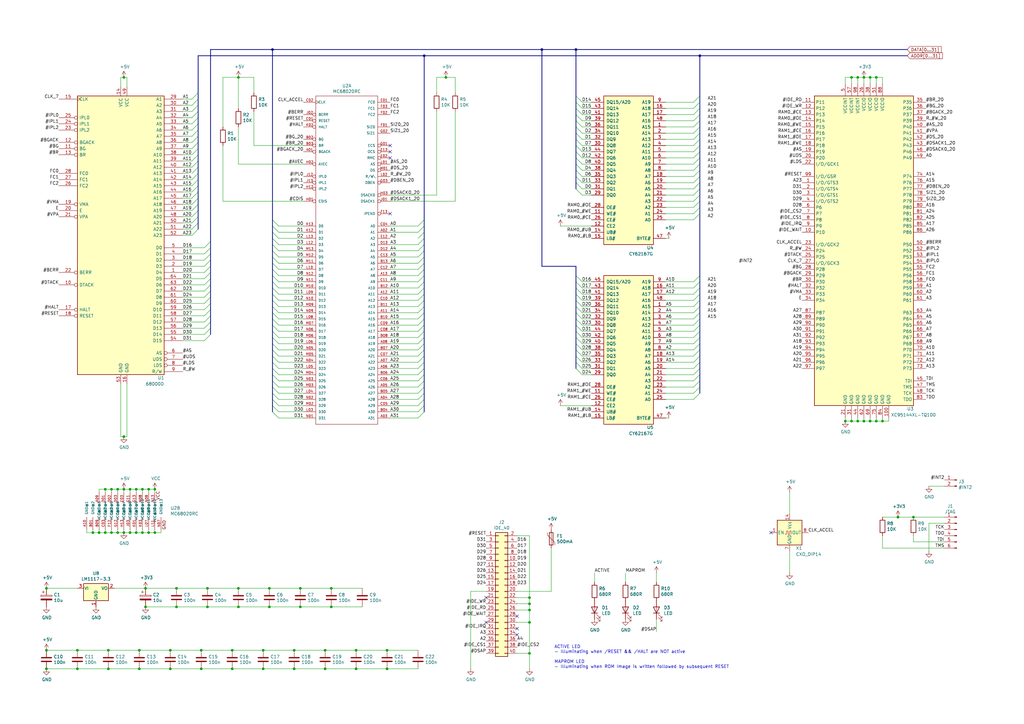
<source format=kicad_sch>
(kicad_sch (version 20211123) (generator eeschema)
  (paper "A3")
  (title_block (title "A520_ACCEL_RAM_IDE") (rev "1") (comment 1 "Paul Raspa (PR77)") (comment 2 "IDE Interface - Map ROM Support") (comment 3 "4 MB Auto Configuring Fast RAM (Zorro II)") (comment 4 "A520 - 68020 PGA Accelerator"))
  (junction (at 111.76 20.32))
  (junction (at 50.8 31.75))
  (junction (at 133.35 274.32))
  (junction (at 107.95 266.7))
  (junction (at 45.72 218.44))
  (junction (at 217.17 255.27))
  (junction (at 354.33 31.75))
  (junction (at 120.65 274.32))
  (junction (at 63.5 200.66))
  (junction (at 356.87 172.72))
  (junction (at 72.39 248.92))
  (junction (at 217.17 250.19))
  (junction (at 158.75 274.32))
  (junction (at 95.25 274.32))
  (junction (at 63.5 218.44))
  (junction (at 110.49 241.3))
  (junction (at 95.25 266.7))
  (junction (at 43.18 218.44))
  (junction (at 217.17 245.11))
  (junction (at 236.22 20.32))
  (junction (at 349.25 31.75))
  (junction (at 44.45 274.32))
  (junction (at 38.1 218.44))
  (junction (at 97.79 31.75))
  (junction (at 135.89 241.3))
  (junction (at 173.99 22.86))
  (junction (at 97.79 241.3))
  (junction (at 107.95 274.32))
  (junction (at 110.49 248.92))
  (junction (at 359.41 31.75))
  (junction (at 50.8 179.07))
  (junction (at 82.55 274.32))
  (junction (at 182.88 31.75))
  (junction (at 60.96 200.66))
  (junction (at 158.75 266.7))
  (junction (at 222.25 20.32))
  (junction (at 72.39 241.3))
  (junction (at 43.18 200.66))
  (junction (at 60.96 218.44))
  (junction (at 123.19 241.3))
  (junction (at 85.09 241.3))
  (junction (at 58.42 218.44))
  (junction (at 50.8 200.66))
  (junction (at 69.85 274.32))
  (junction (at 368.3 212.09))
  (junction (at 40.64 218.44))
  (junction (at 59.69 248.92))
  (junction (at 354.33 172.72))
  (junction (at 120.65 266.7))
  (junction (at 287.02 22.86))
  (junction (at 19.05 274.32))
  (junction (at 19.05 241.3))
  (junction (at 69.85 266.7))
  (junction (at 55.88 200.66))
  (junction (at 53.34 218.44))
  (junction (at 48.26 218.44))
  (junction (at 53.34 200.66))
  (junction (at 57.15 266.7))
  (junction (at 217.17 247.65))
  (junction (at 44.45 266.7))
  (junction (at 57.15 274.32))
  (junction (at 146.05 274.32))
  (junction (at 48.26 200.66))
  (junction (at 58.42 200.66))
  (junction (at 19.05 266.7))
  (junction (at 59.69 241.3))
  (junction (at 31.75 274.32))
  (junction (at 133.35 266.7))
  (junction (at 82.55 266.7))
  (junction (at 361.95 172.72))
  (junction (at 123.19 248.92))
  (junction (at 45.72 200.66))
  (junction (at 217.17 267.97))
  (junction (at 359.41 172.72))
  (junction (at 55.88 218.44))
  (junction (at 346.71 172.72))
  (junction (at 351.79 172.72))
  (junction (at 50.8 218.44))
  (junction (at 146.05 266.7))
  (junction (at 135.89 248.92))
  (junction (at 97.79 248.92))
  (junction (at 31.75 266.7))
  (junction (at 85.09 248.92))
  (junction (at 356.87 31.75))
  (junction (at 349.25 172.72))
  (junction (at 374.65 212.09))
  (junction (at 351.79 31.75))
  (no_connect (at 160.02 62.23))
  (no_connect (at 316.23 218.44))
  (no_connect (at 160.02 59.69))
  (no_connect (at 160.02 87.63))
  (no_connect (at 199.39 255.27))
  (no_connect (at 212.09 257.81))
  (no_connect (at 160.02 64.77))
  (no_connect (at 212.09 260.35))
  (no_connect (at 212.09 252.73))
  (no_connect (at 199.39 245.11))
  (bus_entry (at 171.45 92.71) (size 2.54 -2.54))
  (bus_entry (at 284.48 72.39) (size 2.54 -2.54))
  (bus_entry (at 114.3 146.05) (size -2.54 -2.54))
  (bus_entry (at 238.76 133.35) (size -2.54 -2.54))
  (bus_entry (at 238.76 57.15) (size -2.54 -2.54))
  (bus_entry (at 238.76 59.69) (size -2.54 -2.54))
  (bus_entry (at 114.3 133.35) (size -2.54 -2.54))
  (bus_entry (at 238.76 130.81) (size -2.54 -2.54))
  (bus_entry (at 238.76 41.91) (size -2.54 -2.54))
  (bus_entry (at 114.3 128.27) (size -2.54 -2.54))
  (bus_entry (at 284.48 138.43) (size 2.54 -2.54))
  (bus_entry (at 78.74 88.9) (size 2.54 -2.54))
  (bus_entry (at 114.3 135.89) (size -2.54 -2.54))
  (bus_entry (at 83.82 114.3) (size 2.54 -2.54))
  (bus_entry (at 238.76 146.05) (size -2.54 -2.54))
  (bus_entry (at 171.45 140.97) (size 2.54 -2.54))
  (bus_entry (at 284.48 41.91) (size 2.54 -2.54))
  (bus_entry (at 171.45 123.19) (size 2.54 -2.54))
  (bus_entry (at 284.48 80.01) (size 2.54 -2.54))
  (bus_entry (at 284.48 125.73) (size 2.54 -2.54))
  (bus_entry (at 284.48 57.15) (size 2.54 -2.54))
  (bus_entry (at 238.76 44.45) (size -2.54 -2.54))
  (bus_entry (at 238.76 67.31) (size -2.54 -2.54))
  (bus_entry (at 171.45 107.95) (size 2.54 -2.54))
  (bus_entry (at 83.82 137.16) (size 2.54 -2.54))
  (bus_entry (at 171.45 153.67) (size 2.54 -2.54))
  (bus_entry (at 83.82 101.6) (size 2.54 -2.54))
  (bus_entry (at 284.48 46.99) (size 2.54 -2.54))
  (bus_entry (at 238.76 153.67) (size -2.54 -2.54))
  (bus_entry (at 284.48 143.51) (size 2.54 -2.54))
  (bus_entry (at 171.45 95.25) (size 2.54 -2.54))
  (bus_entry (at 78.74 60.96) (size 2.54 -2.54))
  (bus_entry (at 114.3 171.45) (size -2.54 -2.54))
  (bus_entry (at 238.76 128.27) (size -2.54 -2.54))
  (bus_entry (at 171.45 168.91) (size 2.54 -2.54))
  (bus_entry (at 284.48 74.93) (size 2.54 -2.54))
  (bus_entry (at 171.45 161.29) (size 2.54 -2.54))
  (bus_entry (at 238.76 77.47) (size -2.54 -2.54))
  (bus_entry (at 114.3 92.71) (size -2.54 -2.54))
  (bus_entry (at 284.48 133.35) (size 2.54 -2.54))
  (bus_entry (at 78.74 68.58) (size 2.54 -2.54))
  (bus_entry (at 284.48 146.05) (size 2.54 -2.54))
  (bus_entry (at 284.48 82.55) (size 2.54 -2.54))
  (bus_entry (at 171.45 133.35) (size 2.54 -2.54))
  (bus_entry (at 114.3 105.41) (size -2.54 -2.54))
  (bus_entry (at 114.3 140.97) (size -2.54 -2.54))
  (bus_entry (at 284.48 67.31) (size 2.54 -2.54))
  (bus_entry (at 284.48 85.09) (size 2.54 -2.54))
  (bus_entry (at 284.48 77.47) (size 2.54 -2.54))
  (bus_entry (at 284.48 163.83) (size 2.54 -2.54))
  (bus_entry (at 78.74 50.8) (size 2.54 -2.54))
  (bus_entry (at 114.3 107.95) (size -2.54 -2.54))
  (bus_entry (at 284.48 49.53) (size 2.54 -2.54))
  (bus_entry (at 284.48 120.65) (size 2.54 -2.54))
  (bus_entry (at 171.45 146.05) (size 2.54 -2.54))
  (bus_entry (at 171.45 128.27) (size 2.54 -2.54))
  (bus_entry (at 78.74 71.12) (size 2.54 -2.54))
  (bus_entry (at 238.76 138.43) (size -2.54 -2.54))
  (bus_entry (at 284.48 161.29) (size 2.54 -2.54))
  (bus_entry (at 83.82 116.84) (size 2.54 -2.54))
  (bus_entry (at 78.74 66.04) (size 2.54 -2.54))
  (bus_entry (at 238.76 118.11) (size -2.54 -2.54))
  (bus_entry (at 284.48 118.11) (size 2.54 -2.54))
  (bus_entry (at 171.45 113.03) (size 2.54 -2.54))
  (bus_entry (at 238.76 46.99) (size -2.54 -2.54))
  (bus_entry (at 238.76 52.07) (size -2.54 -2.54))
  (bus_entry (at 284.48 69.85) (size 2.54 -2.54))
  (bus_entry (at 171.45 118.11) (size 2.54 -2.54))
  (bus_entry (at 171.45 120.65) (size 2.54 -2.54))
  (bus_entry (at 78.74 73.66) (size 2.54 -2.54))
  (bus_entry (at 284.48 151.13) (size 2.54 -2.54))
  (bus_entry (at 284.48 59.69) (size 2.54 -2.54))
  (bus_entry (at 78.74 76.2) (size 2.54 -2.54))
  (bus_entry (at 114.3 125.73) (size -2.54 -2.54))
  (bus_entry (at 238.76 54.61) (size -2.54 -2.54))
  (bus_entry (at 238.76 64.77) (size -2.54 -2.54))
  (bus_entry (at 238.76 72.39) (size -2.54 -2.54))
  (bus_entry (at 284.48 123.19) (size 2.54 -2.54))
  (bus_entry (at 78.74 55.88) (size 2.54 -2.54))
  (bus_entry (at 171.45 102.87) (size 2.54 -2.54))
  (bus_entry (at 83.82 109.22) (size 2.54 -2.54))
  (bus_entry (at 238.76 140.97) (size -2.54 -2.54))
  (bus_entry (at 284.48 52.07) (size 2.54 -2.54))
  (bus_entry (at 171.45 148.59) (size 2.54 -2.54))
  (bus_entry (at 171.45 110.49) (size 2.54 -2.54))
  (bus_entry (at 78.74 93.98) (size 2.54 -2.54))
  (bus_entry (at 284.48 90.17) (size 2.54 -2.54))
  (bus_entry (at 114.3 110.49) (size -2.54 -2.54))
  (bus_entry (at 284.48 130.81) (size 2.54 -2.54))
  (bus_entry (at 78.74 43.18) (size 2.54 -2.54))
  (bus_entry (at 78.74 58.42) (size 2.54 -2.54))
  (bus_entry (at 171.45 151.13) (size 2.54 -2.54))
  (bus_entry (at 284.48 44.45) (size 2.54 -2.54))
  (bus_entry (at 171.45 143.51) (size 2.54 -2.54))
  (bus_entry (at 83.82 104.14) (size 2.54 -2.54))
  (bus_entry (at 114.3 130.81) (size -2.54 -2.54))
  (bus_entry (at 284.48 140.97) (size 2.54 -2.54))
  (bus_entry (at 238.76 123.19) (size -2.54 -2.54))
  (bus_entry (at 171.45 158.75) (size 2.54 -2.54))
  (bus_entry (at 78.74 83.82) (size 2.54 -2.54))
  (bus_entry (at 78.74 53.34) (size 2.54 -2.54))
  (bus_entry (at 238.76 135.89) (size -2.54 -2.54))
  (bus_entry (at 83.82 139.7) (size 2.54 -2.54))
  (bus_entry (at 171.45 115.57) (size 2.54 -2.54))
  (bus_entry (at 114.3 113.03) (size -2.54 -2.54))
  (bus_entry (at 114.3 138.43) (size -2.54 -2.54))
  (bus_entry (at 238.76 69.85) (size -2.54 -2.54))
  (bus_entry (at 114.3 143.51) (size -2.54 -2.54))
  (bus_entry (at 171.45 130.81) (size 2.54 -2.54))
  (bus_entry (at 238.76 115.57) (size -2.54 -2.54))
  (bus_entry (at 78.74 96.52) (size 2.54 -2.54))
  (bus_entry (at 114.3 156.21) (size -2.54 -2.54))
  (bus_entry (at 114.3 161.29) (size -2.54 -2.54))
  (bus_entry (at 284.48 156.21) (size 2.54 -2.54))
  (bus_entry (at 114.3 151.13) (size -2.54 -2.54))
  (bus_entry (at 83.82 132.08) (size 2.54 -2.54))
  (bus_entry (at 171.45 135.89) (size 2.54 -2.54))
  (bus_entry (at 284.48 87.63) (size 2.54 -2.54))
  (bus_entry (at 238.76 143.51) (size -2.54 -2.54))
  (bus_entry (at 284.48 128.27) (size 2.54 -2.54))
  (bus_entry (at 114.3 102.87) (size -2.54 -2.54))
  (bus_entry (at 238.76 151.13) (size -2.54 -2.54))
  (bus_entry (at 114.3 123.19) (size -2.54 -2.54))
  (bus_entry (at 114.3 148.59) (size -2.54 -2.54))
  (bus_entry (at 284.48 135.89) (size 2.54 -2.54))
  (bus_entry (at 284.48 153.67) (size 2.54 -2.54))
  (bus_entry (at 284.48 115.57) (size 2.54 -2.54))
  (bus_entry (at 238.76 74.93) (size -2.54 -2.54))
  (bus_entry (at 284.48 158.75) (size 2.54 -2.54))
  (bus_entry (at 114.3 120.65) (size -2.54 -2.54))
  (bus_entry (at 114.3 158.75) (size -2.54 -2.54))
  (bus_entry (at 171.45 156.21) (size 2.54 -2.54))
  (bus_entry (at 83.82 127) (size 2.54 -2.54))
  (bus_entry (at 171.45 163.83) (size 2.54 -2.54))
  (bus_entry (at 78.74 45.72) (size 2.54 -2.54))
  (bus_entry (at 114.3 163.83) (size -2.54 -2.54))
  (bus_entry (at 284.48 62.23) (size 2.54 -2.54))
  (bus_entry (at 83.82 129.54) (size 2.54 -2.54))
  (bus_entry (at 238.76 62.23) (size -2.54 -2.54))
  (bus_entry (at 78.74 86.36) (size 2.54 -2.54))
  (bus_entry (at 171.45 100.33) (size 2.54 -2.54))
  (bus_entry (at 114.3 100.33) (size -2.54 -2.54))
  (bus_entry (at 238.76 49.53) (size -2.54 -2.54))
  (bus_entry (at 238.76 125.73) (size -2.54 -2.54))
  (bus_entry (at 114.3 97.79) (size -2.54 -2.54))
  (bus_entry (at 114.3 118.11) (size -2.54 -2.54))
  (bus_entry (at 238.76 80.01) (size -2.54 -2.54))
  (bus_entry (at 171.45 105.41) (size 2.54 -2.54))
  (bus_entry (at 284.48 64.77) (size 2.54 -2.54))
  (bus_entry (at 83.82 134.62) (size 2.54 -2.54))
  (bus_entry (at 114.3 115.57) (size -2.54 -2.54))
  (bus_entry (at 78.74 63.5) (size 2.54 -2.54))
  (bus_entry (at 78.74 78.74) (size 2.54 -2.54))
  (bus_entry (at 171.45 97.79) (size 2.54 -2.54))
  (bus_entry (at 78.74 91.44) (size 2.54 -2.54))
  (bus_entry (at 238.76 120.65) (size -2.54 -2.54))
  (bus_entry (at 83.82 119.38) (size 2.54 -2.54))
  (bus_entry (at 114.3 166.37) (size -2.54 -2.54))
  (bus_entry (at 171.45 166.37) (size 2.54 -2.54))
  (bus_entry (at 78.74 81.28) (size 2.54 -2.54))
  (bus_entry (at 78.74 48.26) (size 2.54 -2.54))
  (bus_entry (at 284.48 148.59) (size 2.54 -2.54))
  (bus_entry (at 78.74 40.64) (size 2.54 -2.54))
  (bus_entry (at 83.82 124.46) (size 2.54 -2.54))
  (bus_entry (at 114.3 95.25) (size -2.54 -2.54))
  (bus_entry (at 171.45 125.73) (size 2.54 -2.54))
  (bus_entry (at 83.82 106.68) (size 2.54 -2.54))
  (bus_entry (at 284.48 54.61) (size 2.54 -2.54))
  (bus_entry (at 114.3 168.91) (size -2.54 -2.54))
  (bus_entry (at 83.82 121.92) (size 2.54 -2.54))
  (bus_entry (at 171.45 171.45) (size 2.54 -2.54))
  (bus_entry (at 83.82 111.76) (size 2.54 -2.54))
  (bus_entry (at 171.45 138.43) (size 2.54 -2.54))
  (bus_entry (at 238.76 148.59) (size -2.54 -2.54))
  (bus_entry (at 114.3 153.67) (size -2.54 -2.54))
  (bus (pts (xy 236.22 128.27) (xy 236.22 130.81)))
  (wire (pts (xy 104.14 31.75) (xy 104.14 38.1)))
  (wire (pts (xy 193.04 242.57) (xy 193.04 274.32)))
  (wire (pts (xy 242.57 118.11) (xy 238.76 118.11)))
  (wire (pts (xy 212.09 245.11) (xy 217.17 245.11)))
  (wire (pts (xy 124.46 110.49) (xy 114.3 110.49)))
  (wire (pts (xy 74.93 139.7) (xy 83.82 139.7)))
  (wire (pts (xy 349.25 171.45) (xy 349.25 172.72)))
  (bus (pts (xy 236.22 72.39) (xy 236.22 74.93)))
  (bus (pts (xy 287.02 115.57) (xy 287.02 118.11)))
  (bus (pts (xy 222.25 20.32) (xy 236.22 20.32)))
  (wire (pts (xy 63.5 217.17) (xy 63.5 218.44)))
  (bus (pts (xy 287.02 87.63) (xy 287.02 113.03)))
  (bus (pts (xy 86.36 124.46) (xy 86.36 127)))
  (wire (pts (xy 40.64 200.66) (xy 43.18 200.66)))
  (bus (pts (xy 86.36 20.32) (xy 86.36 99.06)))
  (bus (pts (xy 81.28 63.5) (xy 81.28 66.04)))
  (wire (pts (xy 273.05 158.75) (xy 284.48 158.75)))
  (wire (pts (xy 104.14 59.69) (xy 124.46 59.69)))
  (wire (pts (xy 114.3 133.35) (xy 124.46 133.35)))
  (bus (pts (xy 81.28 38.1) (xy 81.28 40.64)))
  (wire (pts (xy 242.57 138.43) (xy 238.76 138.43)))
  (wire (pts (xy 43.18 201.93) (xy 43.18 200.66)))
  (wire (pts (xy 160.02 138.43) (xy 171.45 138.43)))
  (wire (pts (xy 273.05 74.93) (xy 284.48 74.93)))
  (wire (pts (xy 361.95 172.72) (xy 364.49 172.72)))
  (bus (pts (xy 81.28 58.42) (xy 81.28 60.96)))
  (wire (pts (xy 284.48 57.15) (xy 273.05 57.15)))
  (wire (pts (xy 114.3 92.71) (xy 124.46 92.71)))
  (wire (pts (xy 43.18 200.66) (xy 45.72 200.66)))
  (wire (pts (xy 114.3 163.83) (xy 124.46 163.83)))
  (bus (pts (xy 111.76 97.79) (xy 111.76 100.33)))
  (bus (pts (xy 173.99 138.43) (xy 173.99 140.97)))
  (wire (pts (xy 229.87 92.71) (xy 242.57 92.71)))
  (wire (pts (xy 45.72 217.17) (xy 45.72 218.44)))
  (bus (pts (xy 173.99 143.51) (xy 173.99 146.05)))
  (wire (pts (xy 160.02 102.87) (xy 171.45 102.87)))
  (bus (pts (xy 287.02 118.11) (xy 287.02 120.65)))
  (wire (pts (xy 160.02 92.71) (xy 171.45 92.71)))
  (wire (pts (xy 171.45 153.67) (xy 160.02 153.67)))
  (wire (pts (xy 242.57 67.31) (xy 238.76 67.31)))
  (bus (pts (xy 236.22 125.73) (xy 236.22 128.27)))
  (bus (pts (xy 81.28 81.28) (xy 81.28 83.82)))
  (bus (pts (xy 86.36 119.38) (xy 86.36 121.92)))
  (wire (pts (xy 48.26 200.66) (xy 50.8 200.66)))
  (bus (pts (xy 111.76 166.37) (xy 111.76 168.91)))
  (bus (pts (xy 173.99 156.21) (xy 173.99 158.75)))
  (wire (pts (xy 160.02 171.45) (xy 171.45 171.45)))
  (wire (pts (xy 364.49 172.72) (xy 364.49 171.45)))
  (wire (pts (xy 114.3 97.79) (xy 124.46 97.79)))
  (wire (pts (xy 74.93 50.8) (xy 78.74 50.8)))
  (wire (pts (xy 273.05 97.79) (xy 274.32 97.79)))
  (bus (pts (xy 287.02 140.97) (xy 287.02 143.51)))
  (wire (pts (xy 124.46 171.45) (xy 114.3 171.45)))
  (wire (pts (xy 114.3 102.87) (xy 124.46 102.87)))
  (wire (pts (xy 226.06 242.57) (xy 226.06 224.79)))
  (wire (pts (xy 242.57 130.81) (xy 238.76 130.81)))
  (bus (pts (xy 287.02 22.86) (xy 372.11 22.86)))
  (wire (pts (xy 82.55 266.7) (xy 69.85 266.7)))
  (bus (pts (xy 236.22 120.65) (xy 236.22 123.19)))
  (wire (pts (xy 31.75 241.3) (xy 19.05 241.3)))
  (wire (pts (xy 273.05 54.61) (xy 284.48 54.61)))
  (bus (pts (xy 236.22 143.51) (xy 236.22 146.05)))
  (wire (pts (xy 114.3 128.27) (xy 124.46 128.27)))
  (wire (pts (xy 171.45 105.41) (xy 160.02 105.41)))
  (wire (pts (xy 182.88 31.75) (xy 186.69 31.75)))
  (bus (pts (xy 111.76 95.25) (xy 111.76 97.79)))
  (wire (pts (xy 63.5 218.44) (xy 60.96 218.44)))
  (wire (pts (xy 107.95 274.32) (xy 120.65 274.32)))
  (wire (pts (xy 48.26 218.44) (xy 50.8 218.44)))
  (bus (pts (xy 81.28 50.8) (xy 81.28 53.34)))
  (wire (pts (xy 242.57 120.65) (xy 238.76 120.65)))
  (wire (pts (xy 351.79 34.29) (xy 351.79 31.75)))
  (wire (pts (xy 212.09 247.65) (xy 217.17 247.65)))
  (bus (pts (xy 173.99 22.86) (xy 287.02 22.86)))
  (wire (pts (xy 74.93 53.34) (xy 78.74 53.34)))
  (bus (pts (xy 173.99 140.97) (xy 173.99 143.51)))
  (wire (pts (xy 179.07 80.01) (xy 160.02 80.01)))
  (wire (pts (xy 361.95 172.72) (xy 361.95 171.45)))
  (wire (pts (xy 356.87 172.72) (xy 359.41 172.72)))
  (bus (pts (xy 287.02 151.13) (xy 287.02 153.67)))
  (wire (pts (xy 160.02 133.35) (xy 171.45 133.35)))
  (bus (pts (xy 236.22 74.93) (xy 236.22 77.47)))
  (bus (pts (xy 236.22 41.91) (xy 236.22 44.45)))
  (wire (pts (xy 284.48 140.97) (xy 273.05 140.97)))
  (bus (pts (xy 81.28 53.34) (xy 81.28 55.88)))
  (bus (pts (xy 81.28 55.88) (xy 81.28 58.42)))
  (bus (pts (xy 173.99 135.89) (xy 173.99 138.43)))
  (bus (pts (xy 81.28 22.86) (xy 173.99 22.86)))
  (wire (pts (xy 242.57 49.53) (xy 238.76 49.53)))
  (wire (pts (xy 242.57 59.69) (xy 238.76 59.69)))
  (bus (pts (xy 236.22 59.69) (xy 236.22 62.23)))
  (wire (pts (xy 74.93 96.52) (xy 78.74 96.52)))
  (wire (pts (xy 104.14 59.69) (xy 104.14 45.72)))
  (wire (pts (xy 58.42 218.44) (xy 55.88 218.44)))
  (wire (pts (xy 31.75 266.7) (xy 19.05 266.7)))
  (wire (pts (xy 323.85 234.95) (xy 323.85 226.06)))
  (bus (pts (xy 86.36 104.14) (xy 86.36 106.68)))
  (wire (pts (xy 269.24 238.76) (xy 269.24 234.95)))
  (wire (pts (xy 171.45 120.65) (xy 160.02 120.65)))
  (bus (pts (xy 287.02 133.35) (xy 287.02 135.89)))
  (wire (pts (xy 74.93 40.64) (xy 78.74 40.64)))
  (wire (pts (xy 284.48 82.55) (xy 273.05 82.55)))
  (bus (pts (xy 287.02 143.51) (xy 287.02 146.05)))
  (bus (pts (xy 287.02 135.89) (xy 287.02 138.43)))
  (wire (pts (xy 124.46 125.73) (xy 114.3 125.73)))
  (wire (pts (xy 110.49 241.3) (xy 123.19 241.3)))
  (wire (pts (xy 374.65 222.25) (xy 387.35 222.25)))
  (wire (pts (xy 242.57 123.19) (xy 238.76 123.19)))
  (wire (pts (xy 212.09 255.27) (xy 217.17 255.27)))
  (bus (pts (xy 287.02 156.21) (xy 287.02 158.75)))
  (wire (pts (xy 60.96 218.44) (xy 58.42 218.44)))
  (bus (pts (xy 287.02 130.81) (xy 287.02 133.35)))
  (wire (pts (xy 114.3 153.67) (xy 124.46 153.67)))
  (bus (pts (xy 86.36 20.32) (xy 111.76 20.32)))
  (wire (pts (xy 171.45 151.13) (xy 160.02 151.13)))
  (bus (pts (xy 173.99 123.19) (xy 173.99 125.73)))
  (wire (pts (xy 57.15 274.32) (xy 69.85 274.32)))
  (wire (pts (xy 74.93 55.88) (xy 78.74 55.88)))
  (wire (pts (xy 160.02 158.75) (xy 171.45 158.75)))
  (wire (pts (xy 74.93 121.92) (xy 83.82 121.92)))
  (bus (pts (xy 236.22 54.61) (xy 236.22 57.15)))
  (bus (pts (xy 111.76 115.57) (xy 111.76 118.11)))
  (wire (pts (xy 160.02 123.19) (xy 171.45 123.19)))
  (wire (pts (xy 74.93 114.3) (xy 83.82 114.3)))
  (wire (pts (xy 110.49 248.92) (xy 97.79 248.92)))
  (bus (pts (xy 81.28 91.44) (xy 81.28 93.98)))
  (wire (pts (xy 95.25 266.7) (xy 82.55 266.7)))
  (bus (pts (xy 173.99 92.71) (xy 173.99 95.25)))
  (bus (pts (xy 287.02 59.69) (xy 287.02 62.23)))
  (bus (pts (xy 173.99 120.65) (xy 173.99 123.19)))
  (bus (pts (xy 111.76 140.97) (xy 111.76 143.51)))
  (bus (pts (xy 81.28 73.66) (xy 81.28 76.2)))
  (bus (pts (xy 287.02 52.07) (xy 287.02 54.61)))
  (wire (pts (xy 38.1 217.17) (xy 38.1 218.44)))
  (wire (pts (xy 284.48 146.05) (xy 273.05 146.05)))
  (wire (pts (xy 45.72 218.44) (xy 48.26 218.44)))
  (wire (pts (xy 40.64 201.93) (xy 40.64 200.66)))
  (wire (pts (xy 387.35 199.39) (xy 381 199.39)))
  (wire (pts (xy 217.17 250.19) (xy 217.17 255.27)))
  (bus (pts (xy 111.76 92.71) (xy 111.76 95.25)))
  (wire (pts (xy 217.17 219.71) (xy 217.17 245.11)))
  (bus (pts (xy 287.02 128.27) (xy 287.02 130.81)))
  (wire (pts (xy 346.71 34.29) (xy 346.71 31.75)))
  (wire (pts (xy 74.93 134.62) (xy 83.82 134.62)))
  (wire (pts (xy 74.93 116.84) (xy 83.82 116.84)))
  (wire (pts (xy 135.89 248.92) (xy 123.19 248.92)))
  (wire (pts (xy 217.17 247.65) (xy 217.17 250.19)))
  (wire (pts (xy 359.41 172.72) (xy 361.95 172.72)))
  (wire (pts (xy 284.48 161.29) (xy 273.05 161.29)))
  (wire (pts (xy 97.79 31.75) (xy 91.44 31.75)))
  (wire (pts (xy 124.46 95.25) (xy 114.3 95.25)))
  (wire (pts (xy 74.93 66.04) (xy 78.74 66.04)))
  (bus (pts (xy 86.36 99.06) (xy 86.36 101.6)))
  (wire (pts (xy 217.17 255.27) (xy 217.17 267.97)))
  (bus (pts (xy 111.76 143.51) (xy 111.76 146.05)))
  (wire (pts (xy 284.48 115.57) (xy 273.05 115.57)))
  (bus (pts (xy 81.28 88.9) (xy 81.28 91.44)))
  (bus (pts (xy 111.76 125.73) (xy 111.76 128.27)))
  (bus (pts (xy 173.99 110.49) (xy 173.99 113.03)))
  (wire (pts (xy 97.79 52.07) (xy 97.79 67.31)))
  (wire (pts (xy 284.48 151.13) (xy 273.05 151.13)))
  (wire (pts (xy 242.57 151.13) (xy 238.76 151.13)))
  (wire (pts (xy 74.93 58.42) (xy 78.74 58.42)))
  (wire (pts (xy 273.05 49.53) (xy 284.48 49.53)))
  (bus (pts (xy 287.02 22.86) (xy 287.02 39.37)))
  (bus (pts (xy 287.02 123.19) (xy 287.02 125.73)))
  (bus (pts (xy 173.99 130.81) (xy 173.99 133.35)))
  (bus (pts (xy 236.22 62.23) (xy 236.22 64.77)))
  (wire (pts (xy 284.48 41.91) (xy 273.05 41.91)))
  (wire (pts (xy 114.3 158.75) (xy 124.46 158.75)))
  (wire (pts (xy 242.57 140.97) (xy 238.76 140.97)))
  (wire (pts (xy 74.93 109.22) (xy 83.82 109.22)))
  (wire (pts (xy 179.07 38.1) (xy 179.07 31.75)))
  (wire (pts (xy 368.3 212.09) (xy 361.95 212.09)))
  (bus (pts (xy 236.22 64.77) (xy 236.22 67.31)))
  (bus (pts (xy 86.36 132.08) (xy 86.36 134.62)))
  (wire (pts (xy 242.57 52.07) (xy 238.76 52.07)))
  (bus (pts (xy 236.22 20.32) (xy 236.22 39.37)))
  (wire (pts (xy 114.3 107.95) (xy 124.46 107.95)))
  (wire (pts (xy 171.45 115.57) (xy 160.02 115.57)))
  (bus (pts (xy 86.36 116.84) (xy 86.36 119.38)))
  (wire (pts (xy 50.8 179.07) (xy 52.07 179.07)))
  (bus (pts (xy 236.22 113.03) (xy 236.22 115.57)))
  (wire (pts (xy 74.93 106.68) (xy 83.82 106.68)))
  (wire (pts (xy 212.09 267.97) (xy 217.17 267.97)))
  (wire (pts (xy 273.05 133.35) (xy 284.48 133.35)))
  (bus (pts (xy 287.02 64.77) (xy 287.02 67.31)))
  (wire (pts (xy 72.39 241.3) (xy 85.09 241.3)))
  (wire (pts (xy 60.96 200.66) (xy 63.5 200.66)))
  (bus (pts (xy 111.76 110.49) (xy 111.76 113.03)))
  (wire (pts (xy 242.57 153.67) (xy 238.76 153.67)))
  (wire (pts (xy 284.48 67.31) (xy 273.05 67.31)))
  (bus (pts (xy 287.02 72.39) (xy 287.02 74.93)))
  (wire (pts (xy 55.88 217.17) (xy 55.88 218.44)))
  (wire (pts (xy 74.93 124.46) (xy 83.82 124.46)))
  (bus (pts (xy 111.76 113.03) (xy 111.76 115.57)))
  (bus (pts (xy 173.99 90.17) (xy 173.99 92.71)))
  (wire (pts (xy 242.57 128.27) (xy 238.76 128.27)))
  (wire (pts (xy 53.34 201.93) (xy 53.34 200.66)))
  (wire (pts (xy 133.35 266.7) (xy 120.65 266.7)))
  (bus (pts (xy 81.28 45.72) (xy 81.28 48.26)))
  (bus (pts (xy 173.99 107.95) (xy 173.99 110.49)))
  (bus (pts (xy 111.76 118.11) (xy 111.76 120.65)))
  (bus (pts (xy 173.99 128.27) (xy 173.99 130.81)))
  (bus (pts (xy 236.22 123.19) (xy 236.22 125.73)))
  (wire (pts (xy 217.17 267.97) (xy 217.17 274.32)))
  (bus (pts (xy 111.76 161.29) (xy 111.76 163.83)))
  (wire (pts (xy 124.46 140.97) (xy 114.3 140.97)))
  (wire (pts (xy 171.45 135.89) (xy 160.02 135.89)))
  (bus (pts (xy 173.99 166.37) (xy 173.99 168.91)))
  (wire (pts (xy 74.93 43.18) (xy 78.74 43.18)))
  (wire (pts (xy 114.3 113.03) (xy 124.46 113.03)))
  (wire (pts (xy 273.05 118.11) (xy 284.48 118.11)))
  (wire (pts (xy 74.93 45.72) (xy 78.74 45.72)))
  (wire (pts (xy 242.57 143.51) (xy 238.76 143.51)))
  (wire (pts (xy 229.87 166.37) (xy 242.57 166.37)))
  (wire (pts (xy 186.69 82.55) (xy 186.69 45.72)))
  (wire (pts (xy 124.46 130.81) (xy 114.3 130.81)))
  (wire (pts (xy 186.69 31.75) (xy 186.69 38.1)))
  (bus (pts (xy 287.02 120.65) (xy 287.02 123.19)))
  (wire (pts (xy 55.88 200.66) (xy 58.42 200.66)))
  (wire (pts (xy 186.69 82.55) (xy 160.02 82.55)))
  (wire (pts (xy 273.05 143.51) (xy 284.48 143.51)))
  (bus (pts (xy 173.99 158.75) (xy 173.99 161.29)))
  (wire (pts (xy 74.93 132.08) (xy 83.82 132.08)))
  (wire (pts (xy 40.64 217.17) (xy 40.64 218.44)))
  (bus (pts (xy 81.28 22.86) (xy 81.28 38.1)))
  (bus (pts (xy 287.02 57.15) (xy 287.02 59.69)))
  (wire (pts (xy 242.57 64.77) (xy 238.76 64.77)))
  (bus (pts (xy 287.02 80.01) (xy 287.02 82.55)))
  (wire (pts (xy 53.34 200.66) (xy 55.88 200.66)))
  (bus (pts (xy 111.76 163.83) (xy 111.76 166.37)))
  (wire (pts (xy 359.41 34.29) (xy 359.41 31.75)))
  (wire (pts (xy 242.57 54.61) (xy 238.76 54.61)))
  (wire (pts (xy 85.09 241.3) (xy 97.79 241.3)))
  (wire (pts (xy 242.57 125.73) (xy 238.76 125.73)))
  (bus (pts (xy 81.28 40.64) (xy 81.28 43.18)))
  (wire (pts (xy 242.57 74.93) (xy 238.76 74.93)))
  (bus (pts (xy 81.28 78.74) (xy 81.28 81.28)))
  (wire (pts (xy 124.46 156.21) (xy 114.3 156.21)))
  (wire (pts (xy 38.1 218.44) (xy 40.64 218.44)))
  (wire (pts (xy 59.69 241.3) (xy 72.39 241.3)))
  (bus (pts (xy 236.22 69.85) (xy 236.22 72.39)))
  (bus (pts (xy 111.76 133.35) (xy 111.76 135.89)))
  (bus (pts (xy 173.99 161.29) (xy 173.99 163.83)))
  (bus (pts (xy 111.76 138.43) (xy 111.76 140.97)))
  (bus (pts (xy 81.28 76.2) (xy 81.28 78.74)))
  (wire (pts (xy 171.45 146.05) (xy 160.02 146.05)))
  (wire (pts (xy 74.93 76.2) (xy 78.74 76.2)))
  (wire (pts (xy 171.45 130.81) (xy 160.02 130.81)))
  (wire (pts (xy 53.34 217.17) (xy 53.34 218.44)))
  (wire (pts (xy 284.48 156.21) (xy 273.05 156.21)))
  (wire (pts (xy 242.57 72.39) (xy 238.76 72.39)))
  (wire (pts (xy 53.34 218.44) (xy 50.8 218.44)))
  (wire (pts (xy 45.72 200.66) (xy 48.26 200.66)))
  (wire (pts (xy 124.46 146.05) (xy 114.3 146.05)))
  (bus (pts (xy 236.22 133.35) (xy 236.22 135.89)))
  (wire (pts (xy 273.05 80.01) (xy 284.48 80.01)))
  (wire (pts (xy 82.55 274.32) (xy 95.25 274.32)))
  (wire (pts (xy 160.02 156.21) (xy 171.45 156.21)))
  (bus (pts (xy 236.22 135.89) (xy 236.22 138.43)))
  (wire (pts (xy 346.71 31.75) (xy 349.25 31.75)))
  (wire (pts (xy 256.54 238.76) (xy 256.54 234.95)))
  (wire (pts (xy 284.48 72.39) (xy 273.05 72.39)))
  (wire (pts (xy 359.41 31.75) (xy 361.95 31.75)))
  (wire (pts (xy 284.48 90.17) (xy 273.05 90.17)))
  (bus (pts (xy 86.36 111.76) (xy 86.36 114.3)))
  (wire (pts (xy 361.95 31.75) (xy 361.95 34.29)))
  (wire (pts (xy 19.05 274.32) (xy 31.75 274.32)))
  (bus (pts (xy 111.76 158.75) (xy 111.76 161.29)))
  (wire (pts (xy 57.15 266.7) (xy 44.45 266.7)))
  (wire (pts (xy 171.45 125.73) (xy 160.02 125.73)))
  (bus (pts (xy 111.76 20.32) (xy 111.76 90.17)))
  (bus (pts (xy 236.22 44.45) (xy 236.22 46.99)))
  (wire (pts (xy 44.45 274.32) (xy 57.15 274.32)))
  (wire (pts (xy 284.48 87.63) (xy 273.05 87.63)))
  (bus (pts (xy 236.22 146.05) (xy 236.22 148.59)))
  (bus (pts (xy 81.28 60.96) (xy 81.28 63.5)))
  (wire (pts (xy 120.65 266.7) (xy 107.95 266.7)))
  (wire (pts (xy 43.18 217.17) (xy 43.18 218.44)))
  (wire (pts (xy 361.95 224.79) (xy 387.35 224.79)))
  (wire (pts (xy 40.64 218.44) (xy 43.18 218.44)))
  (bus (pts (xy 111.76 151.13) (xy 111.76 153.67)))
  (wire (pts (xy 74.93 101.6) (xy 83.82 101.6)))
  (bus (pts (xy 173.99 151.13) (xy 173.99 153.67)))
  (bus (pts (xy 287.02 148.59) (xy 287.02 151.13)))
  (wire (pts (xy 374.65 212.09) (xy 368.3 212.09)))
  (wire (pts (xy 160.02 148.59) (xy 171.45 148.59)))
  (wire (pts (xy 50.8 200.66) (xy 53.34 200.66)))
  (wire (pts (xy 160.02 161.29) (xy 171.45 161.29)))
  (bus (pts (xy 287.02 39.37) (xy 287.02 41.91)))
  (bus (pts (xy 111.76 105.41) (xy 111.76 107.95)))
  (bus (pts (xy 86.36 114.3) (xy 86.36 116.84)))
  (wire (pts (xy 74.93 83.82) (xy 78.74 83.82)))
  (bus (pts (xy 81.28 66.04) (xy 81.28 68.58)))
  (wire (pts (xy 359.41 171.45) (xy 359.41 172.72)))
  (bus (pts (xy 236.22 115.57) (xy 236.22 118.11)))
  (wire (pts (xy 123.19 248.92) (xy 110.49 248.92)))
  (bus (pts (xy 236.22 118.11) (xy 236.22 120.65)))
  (wire (pts (xy 349.25 172.72) (xy 351.79 172.72)))
  (bus (pts (xy 173.99 163.83) (xy 173.99 166.37)))
  (wire (pts (xy 74.93 111.76) (xy 83.82 111.76)))
  (bus (pts (xy 236.22 140.97) (xy 236.22 143.51)))
  (bus (pts (xy 236.22 148.59) (xy 236.22 151.13)))
  (wire (pts (xy 74.93 73.66) (xy 78.74 73.66)))
  (bus (pts (xy 111.76 107.95) (xy 111.76 110.49)))
  (wire (pts (xy 74.93 88.9) (xy 78.74 88.9)))
  (wire (pts (xy 349.25 34.29) (xy 349.25 31.75)))
  (wire (pts (xy 74.93 86.36) (xy 78.74 86.36)))
  (wire (pts (xy 58.42 201.93) (xy 58.42 200.66)))
  (wire (pts (xy 346.71 172.72) (xy 349.25 172.72)))
  (bus (pts (xy 81.28 71.12) (xy 81.28 73.66)))
  (wire (pts (xy 356.87 31.75) (xy 359.41 31.75)))
  (bus (pts (xy 236.22 130.81) (xy 236.22 133.35)))
  (wire (pts (xy 49.53 157.48) (xy 49.53 179.07)))
  (wire (pts (xy 69.85 274.32) (xy 82.55 274.32)))
  (wire (pts (xy 91.44 59.69) (xy 91.44 82.55)))
  (wire (pts (xy 104.14 31.75) (xy 97.79 31.75)))
  (bus (pts (xy 287.02 74.93) (xy 287.02 77.47)))
  (wire (pts (xy 284.48 163.83) (xy 273.05 163.83)))
  (bus (pts (xy 236.22 67.31) (xy 236.22 69.85)))
  (wire (pts (xy 273.05 148.59) (xy 284.48 148.59)))
  (wire (pts (xy 55.88 201.93) (xy 55.88 200.66)))
  (wire (pts (xy 124.46 120.65) (xy 114.3 120.65)))
  (wire (pts (xy 212.09 242.57) (xy 226.06 242.57)))
  (wire (pts (xy 74.93 104.14) (xy 83.82 104.14)))
  (wire (pts (xy 74.93 63.5) (xy 78.74 63.5)))
  (wire (pts (xy 74.93 93.98) (xy 78.74 93.98)))
  (wire (pts (xy 74.93 137.16) (xy 83.82 137.16)))
  (wire (pts (xy 273.05 123.19) (xy 284.48 123.19)))
  (wire (pts (xy 124.46 100.33) (xy 114.3 100.33)))
  (wire (pts (xy 273.05 153.67) (xy 284.48 153.67)))
  (bus (pts (xy 81.28 48.26) (xy 81.28 50.8)))
  (wire (pts (xy 148.59 248.92) (xy 135.89 248.92)))
  (wire (pts (xy 55.88 218.44) (xy 53.34 218.44)))
  (wire (pts (xy 49.53 35.56) (xy 49.53 31.75)))
  (wire (pts (xy 374.65 222.25) (xy 374.65 219.71)))
  (bus (pts (xy 287.02 46.99) (xy 287.02 49.53)))
  (bus (pts (xy 287.02 82.55) (xy 287.02 85.09)))
  (bus (pts (xy 287.02 67.31) (xy 287.02 69.85)))
  (wire (pts (xy 114.3 138.43) (xy 124.46 138.43)))
  (bus (pts (xy 236.22 52.07) (xy 236.22 54.61)))
  (wire (pts (xy 381 214.63) (xy 387.35 214.63)))
  (wire (pts (xy 60.96 201.93) (xy 60.96 200.66)))
  (bus (pts (xy 287.02 85.09) (xy 287.02 87.63)))
  (wire (pts (xy 124.46 166.37) (xy 114.3 166.37)))
  (wire (pts (xy 74.93 48.26) (xy 78.74 48.26)))
  (wire (pts (xy 160.02 143.51) (xy 171.45 143.51)))
  (wire (pts (xy 284.48 130.81) (xy 273.05 130.81)))
  (bus (pts (xy 173.99 95.25) (xy 173.99 97.79)))
  (wire (pts (xy 284.48 135.89) (xy 273.05 135.89)))
  (bus (pts (xy 173.99 133.35) (xy 173.99 135.89)))
  (wire (pts (xy 242.57 135.89) (xy 238.76 135.89)))
  (wire (pts (xy 44.45 266.7) (xy 31.75 266.7)))
  (bus (pts (xy 173.99 100.33) (xy 173.99 102.87)))
  (bus (pts (xy 173.99 148.59) (xy 173.99 151.13)))
  (wire (pts (xy 63.5 200.66) (xy 63.5 201.93)))
  (bus (pts (xy 173.99 97.79) (xy 173.99 100.33)))
  (bus (pts (xy 86.36 109.22) (xy 86.36 111.76)))
  (bus (pts (xy 173.99 22.86) (xy 173.99 90.17)))
  (wire (pts (xy 74.93 78.74) (xy 78.74 78.74)))
  (wire (pts (xy 107.95 266.7) (xy 95.25 266.7)))
  (wire (pts (xy 242.57 69.85) (xy 238.76 69.85)))
  (bus (pts (xy 236.22 109.22) (xy 236.22 113.03)))
  (bus (pts (xy 111.76 148.59) (xy 111.76 151.13)))
  (bus (pts (xy 173.99 146.05) (xy 173.99 148.59)))
  (bus (pts (xy 287.02 49.53) (xy 287.02 52.07)))
  (wire (pts (xy 242.57 115.57) (xy 238.76 115.57)))
  (bus (pts (xy 236.22 46.99) (xy 236.22 49.53)))
  (wire (pts (xy 242.57 46.99) (xy 238.76 46.99)))
  (wire (pts (xy 124.46 105.41) (xy 114.3 105.41)))
  (wire (pts (xy 124.46 161.29) (xy 114.3 161.29)))
  (wire (pts (xy 60.96 217.17) (xy 60.96 218.44)))
  (wire (pts (xy 49.53 179.07) (xy 50.8 179.07)))
  (wire (pts (xy 74.93 91.44) (xy 78.74 91.44)))
  (wire (pts (xy 120.65 274.32) (xy 133.35 274.32)))
  (bus (pts (xy 236.22 20.32) (xy 372.11 20.32)))
  (bus (pts (xy 287.02 146.05) (xy 287.02 148.59)))
  (wire (pts (xy 124.46 115.57) (xy 114.3 115.57)))
  (bus (pts (xy 287.02 153.67) (xy 287.02 156.21)))
  (wire (pts (xy 114.3 123.19) (xy 124.46 123.19)))
  (wire (pts (xy 74.93 71.12) (xy 77.47 71.12)))
  (wire (pts (xy 273.05 138.43) (xy 284.48 138.43)))
  (wire (pts (xy 354.33 31.75) (xy 356.87 31.75)))
  (wire (pts (xy 52.07 31.75) (xy 52.07 35.56)))
  (wire (pts (xy 242.57 44.45) (xy 238.76 44.45)))
  (bus (pts (xy 287.02 41.91) (xy 287.02 44.45)))
  (bus (pts (xy 86.36 101.6) (xy 86.36 104.14)))
  (wire (pts (xy 46.99 241.3) (xy 59.69 241.3)))
  (wire (pts (xy 97.79 241.3) (xy 110.49 241.3)))
  (wire (pts (xy 50.8 31.75) (xy 52.07 31.75)))
  (bus (pts (xy 81.28 83.82) (xy 81.28 86.36)))
  (wire (pts (xy 171.45 100.33) (xy 160.02 100.33)))
  (bus (pts (xy 287.02 125.73) (xy 287.02 128.27)))
  (wire (pts (xy 146.05 266.7) (xy 133.35 266.7)))
  (wire (pts (xy 97.79 31.75) (xy 97.79 44.45)))
  (bus (pts (xy 173.99 153.67) (xy 173.99 156.21)))
  (bus (pts (xy 173.99 118.11) (xy 173.99 120.65)))
  (bus (pts (xy 173.99 125.73) (xy 173.99 128.27)))
  (wire (pts (xy 58.42 217.17) (xy 58.42 218.44)))
  (wire (pts (xy 158.75 274.32) (xy 171.45 274.32)))
  (wire (pts (xy 124.46 151.13) (xy 114.3 151.13)))
  (wire (pts (xy 74.93 81.28) (xy 78.74 81.28)))
  (wire (pts (xy 356.87 171.45) (xy 356.87 172.72)))
  (bus (pts (xy 111.76 90.17) (xy 111.76 92.71)))
  (wire (pts (xy 91.44 82.55) (xy 124.46 82.55)))
  (wire (pts (xy 361.95 219.71) (xy 361.95 224.79)))
  (wire (pts (xy 95.25 274.32) (xy 107.95 274.32)))
  (wire (pts (xy 284.48 62.23) (xy 273.05 62.23)))
  (bus (pts (xy 287.02 113.03) (xy 287.02 115.57)))
  (wire (pts (xy 242.57 133.35) (xy 238.76 133.35)))
  (bus (pts (xy 86.36 134.62) (xy 86.36 137.16)))
  (bus (pts (xy 173.99 113.03) (xy 173.99 115.57)))
  (bus (pts (xy 111.76 120.65) (xy 111.76 123.19)))
  (wire (pts (xy 43.18 218.44) (xy 45.72 218.44)))
  (wire (pts (xy 354.33 171.45) (xy 354.33 172.72)))
  (wire (pts (xy 114.3 148.59) (xy 124.46 148.59)))
  (bus (pts (xy 111.76 153.67) (xy 111.76 156.21)))
  (wire (pts (xy 354.33 172.72) (xy 356.87 172.72)))
  (bus (pts (xy 236.22 138.43) (xy 236.22 140.97)))
  (wire (pts (xy 284.48 120.65) (xy 273.05 120.65)))
  (wire (pts (xy 124.46 135.89) (xy 114.3 135.89)))
  (wire (pts (xy 171.45 266.7) (xy 158.75 266.7)))
  (wire (pts (xy 212.09 219.71) (xy 217.17 219.71)))
  (bus (pts (xy 81.28 43.18) (xy 81.28 45.72)))
  (wire (pts (xy 97.79 248.92) (xy 85.09 248.92)))
  (wire (pts (xy 160.02 128.27) (xy 171.45 128.27)))
  (bus (pts (xy 236.22 49.53) (xy 236.22 52.07)))
  (wire (pts (xy 114.3 143.51) (xy 124.46 143.51)))
  (wire (pts (xy 74.93 119.38) (xy 83.82 119.38)))
  (bus (pts (xy 173.99 105.41) (xy 173.99 107.95)))
  (wire (pts (xy 160.02 168.91) (xy 171.45 168.91)))
  (wire (pts (xy 35.56 217.17) (xy 35.56 218.44)))
  (wire (pts (xy 242.57 41.91) (xy 238.76 41.91)))
  (wire (pts (xy 48.26 201.93) (xy 48.26 200.66)))
  (wire (pts (xy 171.45 110.49) (xy 160.02 110.49)))
  (wire (pts (xy 91.44 31.75) (xy 91.44 52.07)))
  (bus (pts (xy 111.76 156.21) (xy 111.76 158.75)))
  (wire (pts (xy 133.35 274.32) (xy 146.05 274.32)))
  (wire (pts (xy 52.07 179.07) (xy 52.07 157.48)))
  (wire (pts (xy 269.24 254) (xy 269.24 259.08)))
  (wire (pts (xy 74.93 68.58) (xy 78.74 68.58)))
  (bus (pts (xy 173.99 102.87) (xy 173.99 105.41)))
  (bus (pts (xy 111.76 128.27) (xy 111.76 130.81)))
  (bus (pts (xy 287.02 69.85) (xy 287.02 72.39)))
  (wire (pts (xy 74.93 129.54) (xy 83.82 129.54)))
  (wire (pts (xy 69.85 266.7) (xy 57.15 266.7)))
  (wire (pts (xy 160.02 113.03) (xy 171.45 113.03)))
  (bus (pts (xy 236.22 57.15) (xy 236.22 59.69)))
  (bus (pts (xy 236.22 39.37) (xy 236.22 41.91)))
  (wire (pts (xy 50.8 201.93) (xy 50.8 200.66)))
  (bus (pts (xy 111.76 20.32) (xy 222.25 20.32)))
  (bus (pts (xy 111.76 135.89) (xy 111.76 138.43)))
  (wire (pts (xy 284.48 46.99) (xy 273.05 46.99)))
  (wire (pts (xy 146.05 274.32) (xy 158.75 274.32)))
  (bus (pts (xy 86.36 127) (xy 86.36 129.54)))
  (bus (pts (xy 111.76 130.81) (xy 111.76 133.35)))
  (wire (pts (xy 212.09 250.19) (xy 217.17 250.19)))
  (bus (pts (xy 287.02 62.23) (xy 287.02 64.77)))
  (wire (pts (xy 72.39 248.92) (xy 59.69 248.92)))
  (wire (pts (xy 123.19 241.3) (xy 135.89 241.3)))
  (wire (pts (xy 217.17 245.11) (xy 217.17 247.65)))
  (bus (pts (xy 81.28 68.58) (xy 81.28 71.12)))
  (wire (pts (xy 354.33 34.29) (xy 354.33 31.75)))
  (wire (pts (xy 273.05 69.85) (xy 284.48 69.85)))
  (wire (pts (xy 387.35 212.09) (xy 374.65 212.09)))
  (wire (pts (xy 351.79 171.45) (xy 351.79 172.72)))
  (wire (pts (xy 242.57 77.47) (xy 238.76 77.47)))
  (wire (pts (xy 284.48 52.07) (xy 273.05 52.07)))
  (wire (pts (xy 160.02 107.95) (xy 171.45 107.95)))
  (wire (pts (xy 242.57 62.23) (xy 238.76 62.23)))
  (wire (pts (xy 31.75 274.32) (xy 44.45 274.32)))
  (wire (pts (xy 74.93 60.96) (xy 78.74 60.96)))
  (wire (pts (xy 97.79 67.31) (xy 124.46 67.31)))
  (wire (pts (xy 242.57 146.05) (xy 238.76 146.05)))
  (wire (pts (xy 179.07 31.75) (xy 182.88 31.75)))
  (wire (pts (xy 273.05 44.45) (xy 284.48 44.45)))
  (wire (pts (xy 193.04 242.57) (xy 199.39 242.57)))
  (wire (pts (xy 351.79 172.72) (xy 354.33 172.72)))
  (bus (pts (xy 111.76 123.19) (xy 111.76 125.73)))
  (wire (pts (xy 284.48 77.47) (xy 273.05 77.47)))
  (wire (pts (xy 179.07 80.01) (xy 179.07 45.72)))
  (wire (pts (xy 45.72 201.93) (xy 45.72 200.66)))
  (wire (pts (xy 242.57 148.59) (xy 238.76 148.59)))
  (wire (pts (xy 243.84 238.76) (xy 243.84 234.95)))
  (bus (pts (xy 222.25 109.22) (xy 222.25 20.32)))
  (bus (pts (xy 287.02 158.75) (xy 287.02 161.29)))
  (wire (pts (xy 35.56 218.44) (xy 38.1 218.44)))
  (wire (pts (xy 273.05 128.27) (xy 284.48 128.27)))
  (wire (pts (xy 356.87 34.29) (xy 356.87 31.75)))
  (wire (pts (xy 171.45 140.97) (xy 160.02 140.97)))
  (wire (pts (xy 242.57 80.01) (xy 238.76 80.01)))
  (wire (pts (xy 49.53 31.75) (xy 50.8 31.75)))
  (wire (pts (xy 323.85 210.82) (xy 323.85 201.93)))
  (wire (pts (xy 171.45 95.25) (xy 160.02 95.25)))
  (wire (pts (xy 58.42 200.66) (xy 60.96 200.66)))
  (wire (pts (xy 158.75 266.7) (xy 146.05 266.7)))
  (wire (pts (xy 160.02 163.83) (xy 171.45 163.83)))
  (bus (pts (xy 287.02 44.45) (xy 287.02 46.99)))
  (wire (pts (xy 346.71 171.45) (xy 346.71 172.72)))
  (wire (pts (xy 273.05 64.77) (xy 284.48 64.77)))
  (wire (pts (xy 114.3 168.91) (xy 124.46 168.91)))
  (bus (pts (xy 81.28 86.36) (xy 81.28 88.9)))
  (bus (pts (xy 287.02 54.61) (xy 287.02 57.15)))
  (wire (pts (xy 284.48 125.73) (xy 273.05 125.73)))
  (wire (pts (xy 351.79 31.75) (xy 354.33 31.75)))
  (wire (pts (xy 273.05 85.09) (xy 284.48 85.09)))
  (bus (pts (xy 111.76 100.33) (xy 111.76 102.87)))
  (wire (pts (xy 349.25 31.75) (xy 351.79 31.75)))
  (wire (pts (xy 381 226.06) (xy 381 214.63)))
  (bus (pts (xy 236.22 109.22) (xy 222.25 109.22)))
  (bus (pts (xy 111.76 146.05) (xy 111.76 148.59)))
  (bus (pts (xy 287.02 138.43) (xy 287.02 140.97)))
  (wire (pts (xy 66.04 218.44) (xy 63.5 218.44)))
  (wire (pts (xy 273.05 171.45) (xy 274.32 171.45)))
  (bus (pts (xy 86.36 106.68) (xy 86.36 109.22)))
  (wire (pts (xy 135.89 241.3) (xy 148.59 241.3)))
  (bus (pts (xy 173.99 115.57) (xy 173.99 118.11)))
  (wire (pts (xy 160.02 166.37) (xy 171.45 166.37)))
  (wire (pts (xy 48.26 217.17) (xy 48.26 218.44)))
  (bus (pts (xy 287.02 77.47) (xy 287.02 80.01)))
  (wire (pts (xy 85.09 248.92) (xy 72.39 248.92)))
  (wire (pts (xy 74.93 127) (xy 83.82 127)))
  (wire (pts (xy 114.3 118.11) (xy 124.46 118.11)))
  (wire (pts (xy 273.05 59.69) (xy 284.48 59.69)))
  (bus (pts (xy 111.76 102.87) (xy 111.76 105.41)))
  (wire (pts (xy 50.8 217.17) (xy 50.8 218.44)))
  (wire (pts (xy 160.02 118.11) (xy 171.45 118.11)))
  (wire (pts (xy 66.04 217.17) (xy 66.04 218.44)))
  (bus (pts (xy 86.36 129.54) (xy 86.36 132.08)))
  (wire (pts (xy 242.57 57.15) (xy 238.76 57.15)))
  (bus (pts (xy 86.36 121.92) (xy 86.36 124.46)))
  (text "ACTIVE LED\n- Illuminating when /RESET && /HALT are NOT active\n\nMAPROM LED\n- Illuminating when ROM Image is written followed by subsequent RESET" (at 227.33 274.32 0) (effects (font (size 1.27 1.27)) (justify left bottom)))
  (label "D26" (at 199.39 234.95 180))
  (label "A1" (at 160.02 95.25 0))
  (label "A3" (at 273.05 135.89 0))
  (label "RAM1_#CE" (at 242.57 163.83 180))
  (label "D21" (at 124.46 146.05 180))
  (label "A11" (at 379.73 146.05 0))
  (label "#DS_20" (at 160.02 69.85 0))
  (label "A6" (at 160.02 107.95 0))
  (label "D28" (at 199.39 229.87 180))
  (label "A8" (at 74.93 58.42 0))
  (label "#AS_20" (at 160.02 67.31 0))
  (label "D9" (at 242.57 49.53 180))
  (label "A13" (at 74.93 71.12 0))
  (label "A2" (at 273.05 143.51 0))
  (label "A20" (at 290.195 118.11 0))
  (label "A27" (at 328.93 128.27 180))
  (label "D14" (at 124.46 128.27 180))
  (label "A11" (at 74.93 66.04 0))
  (label "#RESET" (at 199.39 219.71 180))
  (label "CLK_7" (at 24.13 40.64 180))
  (label "A5" (at 160.02 105.41 0))
  (label "RAM1_#UB" (at 242.57 168.91 180))
  (label "D28" (at 242.57 143.51 180))
  (label "A9" (at 290.195 71.755 0))
  (label "RAM0_#UB" (at 242.57 95.25 180))
  (label "A8" (at 379.73 138.43 0))
  (label "D26" (at 242.57 148.59 180))
  (label "A28" (at 160.02 163.83 0))
  (label "A4" (at 160.02 102.87 0))
  (label "D29" (at 328.93 82.55 180))
  (label "A11" (at 273.05 118.11 0))
  (label "A3" (at 160.02 100.33 0))
  (label "A5" (at 74.93 50.8 0))
  (label "A15" (at 379.73 74.93 0))
  (label "A4" (at 74.93 48.26 0))
  (label "#BR_20" (at 124.46 59.69 180))
  (label "A16" (at 290.195 128.27 0))
  (label "D15" (at 124.46 130.81 180))
  (label "A7" (at 74.93 55.88 0))
  (label "#BR_20" (at 379.73 41.91 0))
  (label "D2" (at 124.46 97.79 180))
  (label "A4" (at 379.73 128.27 0))
  (label "TMS" (at 387.35 224.79 180))
  (label "A23" (at 328.93 74.93 180))
  (label "D7" (at 242.57 59.69 180))
  (label "#IPL1" (at 24.13 50.8 180))
  (label "A2" (at 160.02 97.79 0))
  (label "D31" (at 242.57 135.89 180))
  (label "D2" (at 242.57 54.61 180))
  (label "A9" (at 160.02 115.57 0))
  (label "D31" (at 199.39 222.25 180))
  (label "D21" (at 212.09 234.95 0))
  (label "A5" (at 290.195 81.915 0))
  (label "A30" (at 328.93 135.89 180))
  (label "#IDE_CS1" (at 199.39 265.43 180))
  (label "RAM0_#WE" (at 328.93 52.07 180))
  (label "#DSACK0_20" (at 379.73 62.23 0))
  (label "A18" (at 160.02 138.43 0))
  (label "SIZ1_20" (at 160.02 54.61 0))
  (label "A24" (at 160.02 153.67 0))
  (label "A11" (at 160.02 120.65 0))
  (label "#RESET" (at 24.13 129.54 180))
  (label "D23" (at 74.93 119.38 0))
  (label "A8" (at 273.05 138.43 0))
  (label "A17" (at 74.93 81.28 0))
  (label "D11" (at 124.46 120.65 180))
  (label "D20" (at 212.09 232.41 0))
  (label "D24" (at 124.46 153.67 180))
  (label "D5" (at 242.57 52.07 180))
  (label "A21" (at 160.02 146.05 0))
  (label "D0" (at 124.46 92.71 180))
  (label "D30" (at 199.39 224.79 180))
  (label "A14" (at 160.02 128.27 0))
  (label "A13" (at 290.195 61.595 0))
  (label "FC0" (at 24.13 71.12 180))
  (label "D3" (at 124.46 100.33 180))
  (label "A10" (at 379.73 143.51 0))
  (label "R_#W" (at 74.93 152.4 0))
  (label "D21" (at 242.57 128.27 180))
  (label "A14" (at 379.73 72.39 0))
  (label "#BG_20" (at 379.73 44.45 0))
  (label "D30" (at 242.57 138.43 180))
  (label "A17" (at 379.73 92.71 0))
  (label "D23" (at 212.09 240.03 0))
  (label "#HALT" (at 328.93 118.11 180))
  (label "CLK_7" (at 328.93 107.95 180))
  (label "A22" (at 328.93 151.13 180))
  (label "A6" (at 273.05 130.81 0))
  (label "FC0" (at 160.02 41.91 0))
  (label "A27" (at 160.02 161.29 0))
  (label "#BR" (at 328.93 115.57 180))
  (label "A1" (at 379.73 118.11 0))
  (label "A10" (at 160.02 118.11 0))
  (label "D17" (at 212.09 224.79 0))
  (label "D20" (at 124.46 143.51 180))
  (label "#IPL2" (at 379.73 102.87 0))
  (label "#DSACK1_20" (at 379.73 59.69 0))
  (label "RAM1_#WE" (at 328.93 59.69 180))
  (label "A20" (at 290.195 43.815 0))
  (label "D22" (at 124.46 148.59 180))
  (label "A18" (at 290.195 123.19 0))
  (label "D31" (at 124.46 171.45 180))
  (label "A23" (at 160.02 151.13 0))
  (label "D22" (at 242.57 130.81 180))
  (label "#AS_20" (at 379.73 52.07 0))
  (label "D20" (at 74.93 111.76 0))
  (label "E" (at 24.13 86.36 180))
  (label "A3" (at 290.195 86.995 0))
  (label "D1" (at 242.57 57.15 180))
  (label "SIZ0_20" (at 379.73 82.55 0))
  (label "#BG" (at 328.93 110.49 180))
  (label "A3" (at 199.39 260.35 180))
  (label "#AS" (at 74.93 144.78 0))
  (label "RAM0_#OE" (at 328.93 49.53 180))
  (label "A8" (at 290.195 74.295 0))
  (label "A13" (at 160.02 125.73 0))
  (label "CLK_ACCEL" (at 331.47 218.44 0))
  (label "A16" (at 160.02 133.35 0))
  (label "#IDE_CS2" (at 328.93 87.63 180))
  (label "A4" (at 273.05 128.27 0))
  (label "D27" (at 124.46 161.29 180))
  (label "A29" (at 328.93 133.35 180))
  (label "A15" (at 290.195 56.515 0))
  (label "A2" (at 290.195 89.535 0))
  (label "A16" (at 290.195 53.975 0))
  (label "D6" (at 124.46 107.95 180))
  (label "A23" (at 74.93 96.52 0))
  (label "D19" (at 242.57 123.19 180))
  (label "#DBEN_20" (at 160.02 74.93 0))
  (label "#VMA" (at 24.13 83.82 180))
  (label "TDO" (at 387.35 219.71 180))
  (label "#IPL2" (at 124.46 77.47 180))
  (label "#AVEC" (at 124.46 67.31 180))
  (label "A17" (at 160.02 135.89 0))
  (label "D17" (at 242.57 118.11 180))
  (label "D19" (at 212.09 229.87 0))
  (label "A15" (at 290.195 130.81 0))
  (label "#LDS" (at 74.93 149.86 0))
  (label "#IDE_IRQ" (at 328.93 92.71 180))
  (label "D18" (at 212.09 227.33 0))
  (label "D8" (at 242.57 67.31 180))
  (label "D27" (at 74.93 129.54 0))
  (label "A21" (at 328.93 148.59 180))
  (label "#BG" (at 24.13 60.96 180))
  (label "RAM1_#OE" (at 242.57 158.75 180))
  (label "A21" (at 74.93 91.44 0))
  (label "R_#W" (at 328.93 102.87 180))
  (label "A6" (at 290.195 79.375 0))
  (label "D17" (at 74.93 104.14 0))
  (label "SIZ1_20" (at 379.73 80.01 0))
  (label "A6" (at 74.93 53.34 0))
  (label "#IDE_RD" (at 328.93 41.91 180))
  (label "D7" (at 124.46 110.49 180))
  (label "RAM0_#OE" (at 242.57 85.09 180))
  (label "D13" (at 124.46 125.73 180))
  (label "A30" (at 160.02 168.91 0))
  (label "#IDE_WAIT" (at 199.39 252.73 180))
  (label "#DSACK1_20" (at 160.02 82.55 0))
  (label "A19" (at 290.195 46.355 0))
  (label "A4" (at 212.09 262.89 0))
  (label "TCK" (at 387.35 217.17 180))
  (label "#BERR" (at 124.46 46.99 180))
  (label "A10" (at 290.195 69.215 0))
  (label "D9" (at 124.46 115.57 180))
  (label "A19" (at 328.93 143.51 180))
  (label "#DSAP" (at 269.24 259.08 180))
  (label "A18" (at 290.195 48.895 0))
  (label "#HALT" (at 24.13 127 180))
  (label "A25" (at 379.73 90.17 0))
  (label "D5" (at 124.46 105.41 180))
  (label "FC1" (at 24.13 73.66 180))
  (label "TDI" (at 379.73 156.21 0))
  (label "FC2" (at 379.73 110.49 0))
  (label "D30" (at 74.93 137.16 0))
  (label "A13" (at 379.73 151.13 0))
  (label "RAM1_#LB" (at 242.57 171.45 180))
  (label "#DTACK" (at 328.93 105.41 180))
  (label "RAM1_#OE" (at 328.93 57.15 180))
  (label "A9" (at 273.05 140.97 0))
  (label "A11" (at 290.195 66.675 0))
  (label "A7" (at 290.195 76.835 0))
  (label "A12" (at 379.73 148.59 0))
  (label "#BR" (at 24.13 63.5 180))
  (label "#BGACK" (at 24.13 58.42 180))
  (label "A19" (at 290.195 120.65 0))
  (label "A20" (at 328.93 146.05 180))
  (label "A4" (at 290.195 84.455 0))
  (label "MAPROM" (at 256.54 234.95 0))
  (label "A16" (at 379.73 85.09 0))
  (label "D20" (at 242.57 125.73 180))
  (label "A24" (at 379.73 87.63 0))
  (label "A21" (at 290.195 41.275 0))
  (label "D16" (at 242.57 115.57 180))
  (label "A6" (at 379.73 133.35 0))
  (label "FC1" (at 379.73 113.03 0))
  (label "A14" (at 273.05 148.59 0))
  (label "D23" (at 242.57 133.35 180))
  (label "D26" (at 124.46 158.75 180))
  (label "FC2" (at 24.13 76.2 180))
  (label "A18" (at 328.93 140.97 180))
  (label "RAM0_#WE" (at 242.57 87.63 180))
  (label "A12" (at 74.93 68.58 0))
  (label "A5" (at 273.05 125.73 0))
  (label "A3" (at 74.93 45.72 0))
  (label "RAM1_#CE" (at 328.93 54.61 180))
  (label "D29" (at 74.93 134.62 0))
  (label "D8" (at 124.46 113.03 180))
  (label "A19" (at 160.02 140.97 0))
  (label "#IDE_CS1" (at 328.93 90.17 180))
  (label "A19" (at 74.93 86.36 0))
  (label "A14" (at 74.93 73.66 0))
  (label "D16" (at 212.09 222.25 0))
  (label "A12" (at 273.05 120.65 0))
  (label "A9" (at 379.73 140.97 0))
  (label "D22" (at 74.93 116.84 0))
  (label "#VPA" (at 379.73 54.61 0))
  (label "D25" (at 199.39 237.49 180))
  (label "A12" (at 290.195 64.135 0))
  (label "TCK" (at 379.73 161.29 0))
  (label "A18" (at 74.93 83.82 0))
  (label "A21" (at 290.195 115.57 0))
  (label "#IDE_IRQ" (at 199.39 257.81 180))
  (label "A8" (at 160.02 113.03 0))
  (label "A15" (at 74.93 76.2 0))
  (label "A12" (at 160.02 123.19 0))
  (label "D15" (at 242.57 44.45 180))
  (label "ACTIVE" (at 243.84 234.95 0))
  (label "A17" (at 290.195 51.435 0))
  (label "D16" (at 124.46 133.35 180))
  (label "FC1" (at 160.02 44.45 0))
  (label "#IPL1" (at 124.46 74.93 180))
  (label "D3" (at 242.57 80.01 180))
  (label "A22" (at 160.02 148.59 0))
  (label "#IDE_WR" (at 199.39 247.65 180))
  (label "#IPL1" (at 379.73 105.41 0))
  (label "#BG_20" (at 124.46 57.15 180))
  (label "#INT2" (at 308.61 107.95 180))
  (label "D24" (at 242.57 153.67 180))
  (label "RAM1_#WE" (at 242.57 161.29 180))
  (label "#IPL0" (at 24.13 48.26 180))
  (label "#AS" (at 328.93 62.23 180))
  (label "D12" (at 124.46 123.19 180))
  (label "#DSACK0_20" (at 160.02 80.01 0))
  (label "R_#W_20" (at 379.73 49.53 0))
  (label "A13" (at 273.05 146.05 0))
  (label "D17" (at 124.46 135.89 180))
  (label "#IPL2" (at 24.13 53.34 180))
  (label "D10" (at 242.57 46.99 180))
  (label "A7" (at 273.05 133.35 0))
  (label "D31" (at 328.93 77.47 180))
  (label "D30" (at 124.46 168.91 180))
  (label "A17" (at 290.195 125.73 0))
  (label "D11" (at 242.57 74.93 180))
  (label "#IPL0" (at 379.73 107.95 0))
  (label "#IDE_RD" (at 199.39 250.19 180))
  (label "#RESET" (at 328.93 72.39 180))
  (label "D28" (at 328.93 85.09 180))
  (label "A15" (at 160.02 130.81 0))
  (label "A10" (at 273.05 115.57 0))
  (label "D29" (at 124.46 166.37 180))
  (label "A7" (at 379.73 135.89 0))
  (label "A25" (at 160.02 156.21 0))
  (label "D19" (at 74.93 109.22 0))
  (label "#BERR" (at 24.13 111.76 180))
  (label "A16" (at 74.93 78.74 0))
  (label "RAM0_#CE" (at 242.57 90.17 180))
  (label "A26" (at 379.73 95.25 0))
  (label "TMS" (at 379.73 158.75 0))
  (label "#IPL0" (at 124.46 72.39 180))
  (label "D31" (at 74.93 139.7 0))
  (label "D19" (at 124.46 140.97 180))
  (label "#DBEN_20" (at 379.73 77.47 0))
  (label "D23" (at 124.46 151.13 180))
  (label "#IDE_WAIT" (at 328.93 95.25 180))
  (label "A1" (at 74.93 40.64 0))
  (label "#VPA" (at 24.13 88.9 180))
  (label "D21" (at 74.93 114.3 0))
  (label "D12" (at 242.57 64.77 180))
  (label "A31" (at 160.02 171.45 0))
  (label "A22" (at 74.93 93.98 0))
  (label "A0" (at 379.73 64.77 0))
  (label "A2" (at 199.39 262.89 180))
  (label "D18" (at 242.57 120.65 180))
  (label "A26" (at 160.02 158.75 0))
  (label "A9" (at 74.93 60.96 0))
  (label "D29" (at 242.57 140.97 180))
  (label "D28" (at 124.46 163.83 180))
  (label "#HALT" (at 124.46 52.07 180))
  (label "D25" (at 124.46 156.21 180))
  (label "D16" (at 74.93 101.6 0))
  (label "RAM0_#LB" (at 242.57 97.79 180))
  (label "A2" (at 74.93 43.18 0))
  (label "#LDS" (at 328.93 67.31 180))
  (label "A5" (at 379.73 130.81 0))
  (label "D27" (at 242.57 146.05 180))
  (label "D10" (at 124.46 118.11 180))
  (label "D27" (at 199.39 232.41 180))
  (label "#BERR" (at 379.73 100.33 0))
  (label "D18" (at 74.93 106.68 0))
  (label "A31" (at 328.93 138.43 180))
  (label "#DTACK" (at 24.13 116.84 180))
  (label "#INT2" (at 387.35 196.85 180))
  (label "#VMA" (at 328.93 120.65 180))
  (label "TDO" (at 379.73 163.83 0))
  (label "#IDE_WR" (at 328.93 44.45 180))
  (label "D18" (at 124.46 138.43 180))
  (label "A20" (at 74.93 88.9 0))
  (label "D4" (at 124.46 102.87 180))
  (label "A2" (at 379.73 120.65 0))
  (label "#RESET" (at 124.46 49.53 180))
  (label "A20" (at 160.02 143.51 0))
  (label "#CDIS" (at 124.46 82.55 180))
  (label "#DS_20" (at 379.73 57.15 0))
  (label "D22" (at 212.09 237.49 0))
  (label "D6" (at 242.57 72.39 180))
  (label "#IDE_CS2" (at 212.09 265.43 0))
  (label "A10" (at 74.93 63.5 0))
  (label "D14" (at 242.57 41.91 180))
  (label "#BGACK" (at 328.93 113.03 180))
  (label "D1" (at 124.46 95.25 180))
  (label "D24" (at 199.39 240.03 180))
  (label "A3" (at 379.73 123.19 0))
  (label "TDI" (at 387.35 222.25 180))
  (label "D13" (at 242.57 62.23 180))
  (label "D4" (at 242.57 69.85 180))
  (label "RAM0_#CE" (at 328.93 46.99 180))
  (label "#UDS" (at 328.93 64.77 180))
  (label "D0" (at 242.57 77.47 180))
  (label "FC0" (at 379.73 115.57 0))
  (label "CLK_ACCEL" (at 328.93 100.33 180))
  (label "D24" (at 74.93 121.92 0))
  (label "#BGACK_20" (at 379.73 46.99 0))
  (label "A0" (at 160.02 92.71 0))
  (label "D30" (at 328.93 80.01 180))
  (label "SIZ0_20" (at 160.02 52.07 0))
  (label "A7" (at 160.02 110.49 0))
  (label "D28" (at 74.93 132.08 0))
  (label "A29" (at 160.02 166.37 0))
  (label "D25" (at 74.93 124.46 0))
  (label "#DSAP" (at 199.39 267.97 180))
  (label "D25" (at 242.57 151.13 180))
  (label "FC2" (at 160.02 46.99 0))
  (label "D29" (at 199.39 227.33 180))
  (label "R_#W_20" (at 160.02 72.39 0))
  (label "A28" (at 328.93 130.81 180))
  (label "E" (at 328.93 123.19 180))
  (label "A14" (at 290.195 59.055 0))
  (label "CLK_ACCEL" (at 124.46 41.91 180))
  (label "#BGACK_20" (at 124.46 62.23 180))
  (label "#UDS" (at 74.93 147.32 0))
  (label "D26" (at 74.93 127 0))
  (global_label "DATA[0...31]" (shape input) (at 372.11 20.32 0) (property "Intersheet References" "${INTERSHEET_REFS}" (effects hide)))
  (global_label "ADDR[0...31]" (shape input) (at 372.11 22.86 0) (property "Intersheet References" "${INTERSHEET_REFS}" (effects hide)))
  (symbol (lib_id "CPU_NXP_68000:68000D") (at 49.53 96.52 0) (unit 1)
    (property "Reference" "U1" (at 66.04 154.94 0))
    (property "Value" "68000D" (at 63.5 157.48 0))
    (property "Footprint" "Housings_DIP:DIP-64_W22.86mm_Socket_LongPads" (effects hide))
    (property "Datasheet" "https://www.nxp.com/docs/en/reference-manual/MC68000UM.pdf" (effects hide))
  )
  (symbol (lib_id "Device:C") (at 120.65 270.51 0) (unit 1)
    (property "Reference" "C18" (at 123.571 269.3416 0) (effects (justify left)))
    (property "Value" "100n" (at 123.571 271.653 0) (effects (justify left)))
    (property "Footprint" "Capacitors_SMD:C_0805_HandSoldering" (effects hide))
  )
  (symbol (lib_id "Device:C") (at 133.35 270.51 0) (unit 1)
    (property "Reference" "C19" (at 136.271 269.3416 0) (effects (justify left)))
    (property "Value" "100n" (at 136.271 271.653 0) (effects (justify left)))
    (property "Footprint" "Capacitors_SMD:C_0805_HandSoldering" (effects hide))
  )
  (symbol (lib_id "Device:C") (at 146.05 270.51 0) (unit 1)
    (property "Reference" "C20" (at 148.971 269.3416 0) (effects (justify left)))
    (property "Value" "100n" (at 148.971 271.653 0) (effects (justify left)))
    (property "Footprint" "Capacitors_SMD:C_0805_HandSoldering" (effects hide))
  )
  (symbol (lib_id "Device:C") (at 171.45 270.51 0) (unit 1)
    (property "Reference" "C22" (at 174.371 269.3416 0) (effects (justify left)))
    (property "Value" "100n" (at 174.371 271.653 0) (effects (justify left)))
    (property "Footprint" "Capacitors_SMD:C_0805_HandSoldering" (effects hide))
  )
  (symbol (lib_id "Device:C") (at 158.75 270.51 0) (unit 1)
    (property "Reference" "C21" (at 161.671 269.3416 0) (effects (justify left)))
    (property "Value" "100n" (at 161.671 271.653 0) (effects (justify left)))
    (property "Footprint" "Capacitors_SMD:C_0805_HandSoldering" (effects hide))
  )
  (symbol (lib_id "Device:C") (at 72.39 245.11 0) (unit 1)
    (property "Reference" "C3" (at 75.311 243.9416 0) (effects (justify left)))
    (property "Value" "100n" (at 75.311 246.253 0) (effects (justify left)))
    (property "Footprint" "Capacitors_SMD:C_0805_HandSoldering" (effects hide))
  )
  (symbol (lib_id "Device:C") (at 85.09 245.11 0) (unit 1)
    (property "Reference" "C4" (at 88.011 243.9416 0) (effects (justify left)))
    (property "Value" "100n" (at 88.011 246.253 0) (effects (justify left)))
    (property "Footprint" "Capacitors_SMD:C_0805_HandSoldering" (effects hide))
  )
  (symbol (lib_id "Device:C") (at 97.79 245.11 0) (unit 1)
    (property "Reference" "C5" (at 100.711 243.9416 0) (effects (justify left)))
    (property "Value" "100n" (at 100.711 246.253 0) (effects (justify left)))
    (property "Footprint" "Capacitors_SMD:C_0805_HandSoldering" (effects hide))
  )
  (symbol (lib_id "Device:C") (at 110.49 245.11 0) (unit 1)
    (property "Reference" "C6" (at 113.411 243.9416 0) (effects (justify left)))
    (property "Value" "100n" (at 113.411 246.253 0) (effects (justify left)))
    (property "Footprint" "Capacitors_SMD:C_0805_HandSoldering" (effects hide))
  )
  (symbol (lib_id "Device:C") (at 123.19 245.11 0) (unit 1)
    (property "Reference" "C7" (at 126.111 243.9416 0) (effects (justify left)))
    (property "Value" "100n" (at 126.111 246.253 0) (effects (justify left)))
    (property "Footprint" "Capacitors_SMD:C_0805_HandSoldering" (effects hide))
  )
  (symbol (lib_id "Device:C") (at 135.89 245.11 0) (unit 1)
    (property "Reference" "C8" (at 138.811 243.9416 0) (effects (justify left)))
    (property "Value" "100n" (at 138.811 246.253 0) (effects (justify left)))
    (property "Footprint" "Capacitors_SMD:C_0805_HandSoldering" (effects hide))
  )
  (symbol (lib_id "Device:C") (at 148.59 245.11 0) (unit 1)
    (property "Reference" "C9" (at 151.511 243.9416 0) (effects (justify left)))
    (property "Value" "100n" (at 151.511 246.253 0) (effects (justify left)))
    (property "Footprint" "Capacitors_SMD:C_0805_HandSoldering" (effects hide))
  )
  (symbol (lib_id "CPLD_Xilinx:XC95144XL-TQ100") (at 354.33 102.87 0) (unit 1)
    (property "Reference" "U3" (at 373.38 167.64 0))
    (property "Value" "XC95144XL-TQ100" (at 374.65 170.18 0))
    (property "Footprint" "Package_QFP:TQFP-100_14x14mm_P0.5mm" (effects hide))
    (property "Datasheet" "https://www.xilinx.com/support/documentation/data_sheets/ds056.pdf" (effects hide))
  )
  (symbol (lib_id "Regulator_Linear:LM1117-3.3") (at 39.37 241.3 0) (unit 1)
    (property "Reference" "U8" (at 39.37 235.1532 0))
    (property "Value" "LM1117-3.3" (at 39.37 237.4646 0))
    (property "Footprint" "TO_SOT_Packages_SMD:SOT-223-3_TabPin2" (effects hide))
    (property "Datasheet" "http://www.ti.com/lit/ds/symlink/lm1117.pdf" (effects hide))
  )
  (symbol (lib_id "A520_ACCEL_RAM_IDE-rescue:CP-Device") (at 19.05 245.11 0) (unit 1)
    (property "Reference" "C1" (at 22.0472 243.9416 0) (effects (justify left)))
    (property "Value" "10u" (at 22.0472 246.253 0) (effects (justify left)))
    (property "Footprint" "Capacitors_Tantalum_SMD:CP_Tantalum_Case-B_EIA-3528-21_Hand" (effects hide))
  )
  (symbol (lib_id "A520_ACCEL_RAM_IDE-rescue:CP-Device") (at 59.69 245.11 0) (unit 1)
    (property "Reference" "C2" (at 62.6872 243.9416 0) (effects (justify left)))
    (property "Value" "10u" (at 62.6872 246.253 0) (effects (justify left)))
    (property "Footprint" "Capacitors_Tantalum_SMD:CP_Tantalum_Case-B_EIA-3528-21_Hand" (effects hide))
  )
  (symbol (lib_id "Device:R") (at 91.44 55.88 0) (unit 1)
    (property "Reference" "R1" (at 93.218 54.7116 0) (effects (justify left)))
    (property "Value" "10K" (at 93.218 57.023 0) (effects (justify left)))
    (property "Footprint" "Resistors_SMD:R_0805_HandSoldering" (effects hide))
  )
  (symbol (lib_id "Device:R") (at 243.84 242.57 0) (unit 1)
    (property "Reference" "R6" (at 245.618 241.4016 0) (effects (justify left)))
    (property "Value" "680R" (at 245.618 243.713 0) (effects (justify left)))
    (property "Footprint" "Resistors_SMD:R_0805_HandSoldering" (effects hide))
  )
  (symbol (lib_id "Device:R") (at 256.54 242.57 0) (unit 1)
    (property "Reference" "R7" (at 258.318 241.4016 0) (effects (justify left)))
    (property "Value" "680R" (at 258.318 243.713 0) (effects (justify left)))
    (property "Footprint" "Resistors_SMD:R_0805_HandSoldering" (effects hide))
  )
  (symbol (lib_id "Device:R") (at 104.14 41.91 0) (unit 1)
    (property "Reference" "R3" (at 105.918 40.7416 0) (effects (justify left)))
    (property "Value" "10K" (at 105.918 43.053 0) (effects (justify left)))
    (property "Footprint" "Resistors_SMD:R_0805_HandSoldering" (effects hide))
  )
  (symbol (lib_id "Device:R") (at 179.07 41.91 0) (unit 1)
    (property "Reference" "R4" (at 180.848 40.7416 0) (effects (justify left)))
    (property "Value" "10K" (at 180.848 43.053 0) (effects (justify left)))
    (property "Footprint" "Resistors_SMD:R_0805_HandSoldering" (effects hide))
  )
  (symbol (lib_id "Device:R") (at 361.95 215.9 0) (unit 1)
    (property "Reference" "R8" (at 363.728 214.7316 0) (effects (justify left)))
    (property "Value" "10K" (at 363.728 217.043 0) (effects (justify left)))
    (property "Footprint" "Resistors_SMD:R_0805_HandSoldering" (effects hide))
  )
  (symbol (lib_id "Device:R") (at 374.65 215.9 0) (unit 1)
    (property "Reference" "R9" (at 376.428 214.7316 0) (effects (justify left)))
    (property "Value" "10K" (at 376.428 217.043 0) (effects (justify left)))
    (property "Footprint" "Resistors_SMD:R_0805_HandSoldering" (effects hide))
  )
  (symbol (lib_id "Device:R") (at 97.79 48.26 0) (unit 1)
    (property "Reference" "R2" (at 99.568 47.0916 0) (effects (justify left)))
    (property "Value" "10K" (at 99.568 49.403 0) (effects (justify left)))
    (property "Footprint" "Resistors_SMD:R_0805_HandSoldering" (effects hide))
  )
  (symbol (lib_id "Connector:Conn_01x06_Male") (at 392.43 217.17 0) (mirror y) (unit 1)
    (property "Reference" "J1" (at 389.7376 207.5688 0))
    (property "Value" "JTAG" (at 389.7376 209.8802 0))
    (property "Footprint" "Pin_Headers:Pin_Header_Straight_1x06_Pitch2.54mm" (effects hide))
  )
  (symbol (lib_id "Oscillator:CXO_DIP14") (at 323.85 218.44 0) (unit 1)
    (property "Reference" "X1" (at 326.39 224.79 0) (effects (justify left)))
    (property "Value" "CXO_DIP14" (at 326.39 227.33 0) (effects (justify left)))
    (property "Footprint" "Oscillators:Oscillator_DIP-14" (effects hide))
    (property "Datasheet" "http://cdn-reichelt.de/documents/datenblatt/B400/OSZI.pdf" (effects hide))
  )
  (symbol (lib_id "A520_ACCEL_RAM_IDE-rescue:+3.3V-power") (at 59.69 241.3 0) (unit 1)
    (property "Reference" "#PWR0101" (effects hide))
    (property "Value" "+3.3V" (at 60.071 236.9058 0))
  )
  (symbol (lib_id "power:GND") (at 59.69 248.92 0) (unit 1)
    (property "Reference" "#PWR0102" (effects hide))
    (property "Value" "GND" (at 59.817 253.3142 0))
  )
  (symbol (lib_id "power:GND") (at 39.37 248.92 0) (unit 1)
    (property "Reference" "#PWR0103" (effects hide))
    (property "Value" "GND" (at 39.497 253.3142 0))
  )
  (symbol (lib_id "power:GND") (at 19.05 248.92 0) (unit 1)
    (property "Reference" "#PWR0104" (effects hide))
    (property "Value" "GND" (at 19.177 253.3142 0))
  )
  (symbol (lib_id "power:+5V") (at 19.05 241.3 0) (unit 1)
    (property "Reference" "#PWR0105" (effects hide))
    (property "Value" "+5V" (at 19.431 236.9058 0))
  )
  (symbol (lib_id "Device:C") (at 57.15 270.51 0) (unit 1)
    (property "Reference" "C13" (at 60.071 269.3416 0) (effects (justify left)))
    (property "Value" "100n" (at 60.071 271.653 0) (effects (justify left)))
    (property "Footprint" "Capacitors_SMD:C_0805_HandSoldering" (effects hide))
  )
  (symbol (lib_id "Device:C") (at 69.85 270.51 0) (unit 1)
    (property "Reference" "C14" (at 72.771 269.3416 0) (effects (justify left)))
    (property "Value" "100n" (at 72.771 271.653 0) (effects (justify left)))
    (property "Footprint" "Capacitors_SMD:C_0805_HandSoldering" (effects hide))
  )
  (symbol (lib_id "Device:C") (at 82.55 270.51 0) (unit 1)
    (property "Reference" "C15" (at 85.471 269.3416 0) (effects (justify left)))
    (property "Value" "100n" (at 85.471 271.653 0) (effects (justify left)))
    (property "Footprint" "Capacitors_SMD:C_0805_HandSoldering" (effects hide))
  )
  (symbol (lib_id "Device:C") (at 107.95 270.51 0) (unit 1)
    (property "Reference" "C17" (at 110.871 269.3416 0) (effects (justify left)))
    (property "Value" "100n" (at 110.871 271.653 0) (effects (justify left)))
    (property "Footprint" "Capacitors_SMD:C_0805_HandSoldering" (effects hide))
  )
  (symbol (lib_id "Device:C") (at 95.25 270.51 0) (unit 1)
    (property "Reference" "C16" (at 98.171 269.3416 0) (effects (justify left)))
    (property "Value" "100n" (at 98.171 271.653 0) (effects (justify left)))
    (property "Footprint" "Capacitors_SMD:C_0805_HandSoldering" (effects hide))
  )
  (symbol (lib_id "Device:C") (at 31.75 270.51 0) (unit 1)
    (property "Reference" "C11" (at 34.671 269.3416 0) (effects (justify left)))
    (property "Value" "100n" (at 34.671 271.653 0) (effects (justify left)))
    (property "Footprint" "Capacitors_SMD:C_0805_HandSoldering" (effects hide))
  )
  (symbol (lib_id "Device:C") (at 44.45 270.51 0) (unit 1)
    (property "Reference" "C12" (at 47.371 269.3416 0) (effects (justify left)))
    (property "Value" "100n" (at 47.371 271.653 0) (effects (justify left)))
    (property "Footprint" "Capacitors_SMD:C_0805_HandSoldering" (effects hide))
  )
  (symbol (lib_id "Device:C") (at 19.05 270.51 0) (unit 1)
    (property "Reference" "C10" (at 21.971 269.3416 0) (effects (justify left)))
    (property "Value" "100n" (at 21.971 271.653 0) (effects (justify left)))
    (property "Footprint" "Capacitors_SMD:C_0805_HandSoldering" (effects hide))
  )
  (symbol (lib_id "Device:LED") (at 243.84 250.19 90) (unit 1)
    (property "Reference" "D1" (at 246.8118 249.2248 90) (effects (justify right)))
    (property "Value" "LED" (at 246.8118 251.5362 90) (effects (justify right)))
    (property "Footprint" "LEDs:LED_0805_HandSoldering" (effects hide))
  )
  (symbol (lib_id "Device:LED") (at 256.54 250.19 90) (unit 1)
    (property "Reference" "D2" (at 259.5118 249.2248 90) (effects (justify right)))
    (property "Value" "LED" (at 259.5118 251.5362 90) (effects (justify right)))
    (property "Footprint" "LEDs:LED_0805_HandSoldering" (effects hide))
  )
  (symbol (lib_id "power:GND") (at 19.05 274.32 0) (unit 1)
    (property "Reference" "#PWR0106" (effects hide))
    (property "Value" "GND" (at 19.177 278.7142 0))
  )
  (symbol (lib_id "power:+5V") (at 19.05 266.7 0) (unit 1)
    (property "Reference" "#PWR0107" (effects hide))
    (property "Value" "+5V" (at 19.431 262.3058 0))
  )
  (symbol (lib_id "power:GND") (at 323.85 234.95 0) (unit 1)
    (property "Reference" "#PWR0108" (effects hide))
    (property "Value" "GND" (at 323.977 239.3442 0))
  )
  (symbol (lib_id "power:+5V") (at 323.85 201.93 0) (unit 1)
    (property "Reference" "#PWR0109" (effects hide))
    (property "Value" "+5V" (at 324.231 197.5358 0))
  )
  (symbol (lib_id "power:GND") (at 243.84 254 0) (unit 1)
    (property "Reference" "#PWR0110" (effects hide))
    (property "Value" "GND" (at 243.967 258.3942 0))
  )
  (symbol (lib_id "power:GND") (at 256.54 254 0) (unit 1)
    (property "Reference" "#PWR0111" (effects hide))
    (property "Value" "GND" (at 256.667 258.3942 0))
  )
  (symbol (lib_id "Device:Polyfuse") (at 226.06 220.98 0) (unit 1)
    (property "Reference" "F1" (at 228.2952 219.8116 0) (effects (justify left)))
    (property "Value" "500mA" (at 228.2952 222.123 0) (effects (justify left)))
    (property "Footprint" "Resistors_SMD:R_1210_HandSoldering" (effects hide))
  )
  (symbol (lib_id "Connector_Generic:Conn_02x20_Odd_Even") (at 204.47 242.57 0) (unit 1)
    (property "Reference" "J2" (at 205.74 214.1982 0))
    (property "Value" "IDE_40" (at 205.74 216.5096 0))
    (property "Footprint" "Connector_PinHeader_2.54mm:PinHeader_2x20_P2.54mm_Horizontal" (effects hide))
  )
  (symbol (lib_id "power:+5V") (at 50.8 31.75 0) (unit 1)
    (property "Reference" "#PWR0117" (effects hide))
    (property "Value" "+5V" (at 51.181 27.3558 0))
  )
  (symbol (lib_id "power:GND") (at 50.8 179.07 0) (unit 1)
    (property "Reference" "#PWR0127" (effects hide))
    (property "Value" "GND" (at 50.927 183.4642 0))
  )
  (symbol (lib_id "power:GND") (at 346.71 172.72 0) (unit 1)
    (property "Reference" "#PWR0128" (effects hide))
    (property "Value" "GND" (at 346.837 177.1142 0))
  )
  (symbol (lib_id "A520_ACCEL_RAM_IDE-rescue:+3.3V-power") (at 354.33 31.75 0) (unit 1)
    (property "Reference" "#PWR0129" (effects hide))
    (property "Value" "+3.3V" (at 354.711 27.3558 0))
  )
  (symbol (lib_id "power:GND") (at 217.17 274.32 0) (unit 1)
    (property "Reference" "#PWR0130" (effects hide))
    (property "Value" "GND" (at 217.297 278.7142 0))
  )
  (symbol (lib_id "power:+5V") (at 226.06 217.17 0) (unit 1)
    (property "Reference" "#PWR0131" (effects hide))
    (property "Value" "+5V" (at 226.441 212.7758 0))
  )
  (symbol (lib_id "power:GND") (at 193.04 274.32 0) (unit 1)
    (property "Reference" "#PWR0132" (effects hide))
    (property "Value" "GND" (at 193.167 278.7142 0))
  )
  (symbol (lib_id "power:VCC") (at 63.5 200.66 0) (unit 1)
    (property "Reference" "#PWR0113" (effects hide))
    (property "Value" "VCC" (at 63.9318 196.2658 0))
  )
  (symbol (lib_id "A520_ACCEL_RAM_IDE-rescue:+3.3V-power") (at 368.3 212.09 0) (unit 1)
    (property "Reference" "#PWR0136" (effects hide))
    (property "Value" "+3.3V" (at 368.681 207.6958 0))
  )
  (symbol (lib_id "power:GND") (at 381 226.06 0) (unit 1)
    (property "Reference" "#PWR0137" (effects hide))
    (property "Value" "GND" (at 381.127 230.4542 0))
  )
  (symbol (lib_id "Device:R") (at 269.24 242.57 0) (unit 1)
    (property "Reference" "R10" (at 271.018 241.4016 0) (effects (justify left)))
    (property "Value" "680R" (at 271.018 243.713 0) (effects (justify left)))
    (property "Footprint" "Resistors_SMD:R_0805_HandSoldering" (effects hide))
  )
  (symbol (lib_id "Device:LED") (at 269.24 250.19 90) (unit 1)
    (property "Reference" "D3" (at 272.2118 249.2248 90) (effects (justify right)))
    (property "Value" "LED" (at 272.2118 251.5362 90) (effects (justify right)))
    (property "Footprint" "LEDs:LED_0805_HandSoldering" (effects hide))
  )
  (symbol (lib_id "power:+5V") (at 269.24 234.95 0) (unit 1)
    (property "Reference" "#PWR0114" (effects hide))
    (property "Value" "+5V" (at 269.621 230.5558 0))
  )
  (symbol (lib_id "A520_ACCEL_RAM_IDE-rescue:MC68020RC-micro-68x_db") (at 142.24 105.41 0) (unit 1)
    (property "Reference" "U2" (at 142.24 35.179 0))
    (property "Value" "MC68020RC" (at 142.24 37.4904 0))
    (property "Footprint" "micro-68x_db-MPGA114" (effects hide))
  )
  (symbol (lib_id "A520_ACCEL_RAM_IDE-rescue:MC68020RC-micro-68x_db") (at 50.8 209.55 0) (unit 2)
    (property "Reference" "U2" (at 69.8754 208.3816 0) (effects (justify left)))
    (property "Value" "MC68020RC" (at 69.8754 210.693 0) (effects (justify left)))
    (property "Footprint" "micro-68x_db-MPGA114" (effects hide))
  )
  (symbol (lib_id "A520_ACCEL_RAM_IDE-rescue:CY62167G-CustomComponents") (at 257.81 69.85 0) (unit 1)
    (property "Reference" "U4" (at 266.7 101.6 0))
    (property "Value" "CY62167G" (at 262.89 104.14 0))
    (property "Footprint" "Package_SO:TSOP-I-48_18.4x12mm_P0.5mm" (effects hide))
  )
  (symbol (lib_id "A520_ACCEL_RAM_IDE-rescue:CY62167G-CustomComponents") (at 257.81 143.51 0) (unit 1)
    (property "Reference" "U5" (at 266.7 175.26 0))
    (property "Value" "CY62167G" (at 262.89 177.8 0))
    (property "Footprint" "Package_SO:TSOP-I-48_18.4x12mm_P0.5mm" (effects hide))
  )
  (symbol (lib_id "Device:R") (at 186.69 41.91 0) (unit 1)
    (property "Reference" "R5" (at 188.468 40.7416 0) (effects (justify left)))
    (property "Value" "10K" (at 188.468 43.053 0) (effects (justify left)))
    (property "Footprint" "Resistors_SMD:R_0805_HandSoldering" (effects hide))
  )
  (symbol (lib_id "power:+5V") (at 97.79 31.75 0) (unit 1)
    (property "Reference" "#PWR0112" (effects hide))
    (property "Value" "+5V" (at 98.171 27.3558 0))
  )
  (symbol (lib_id "power:+5V") (at 182.88 31.75 0) (unit 1)
    (property "Reference" "#PWR0116" (effects hide))
    (property "Value" "+5V" (at 183.261 27.3558 0))
  )
  (symbol (lib_id "Connector:Conn_01x02_Male") (at 392.43 196.85 0) (mirror y) (unit 1)
    (property "Reference" "J3" (at 393.1158 197.5358 0) (effects (justify right)))
    (property "Value" "#INT2" (at 393.1158 199.8472 0) (effects (justify right)))
    (property "Footprint" "Pin_Headers:Pin_Header_Angled_1x02_Pitch2.54mm" (effects hide))
  )
  (symbol (lib_id "power:GND") (at 381 199.39 0) (unit 1)
    (property "Reference" "#PWR0115" (effects hide))
    (property "Value" "GND" (at 381.127 203.7842 0))
  )
  (symbol (lib_id "power:+5V") (at 274.32 171.45 0) (unit 1)
    (property "Reference" "#PWR0118" (effects hide))
    (property "Value" "+5V" (at 274.701 167.0558 0))
  )
  (symbol (lib_id "power:+5V") (at 274.32 97.79 0) (unit 1)
    (property "Reference" "#PWR0119" (effects hide))
    (property "Value" "+5V" (at 274.701 93.3958 0))
  )
  (symbol (lib_id "power:+5V") (at 229.87 166.37 0) (unit 1)
    (property "Reference" "#PWR0120" (effects hide))
    (property "Value" "+5V" (at 230.251 161.9758 0))
  )
  (symbol (lib_id "power:+5V") (at 229.87 92.71 0) (unit 1)
    (property "Reference" "#PWR0121" (effects hide))
    (property "Value" "+5V" (at 230.251 88.3158 0))
  )
  (symbol (lib_id "power:+5V") (at 50.8 200.66 0) (unit 1)
    (property "Reference" "#PWR0126" (effects hide))
    (property "Value" "+5V" (at 51.181 196.2658 0))
  )
  (symbol (lib_id "power:GND") (at 50.8 218.44 0) (unit 1)
    (property "Reference" "#PWR0138" (effects hide))
    (property "Value" "GND" (at 50.927 222.8342 0))
  )
)
</source>
